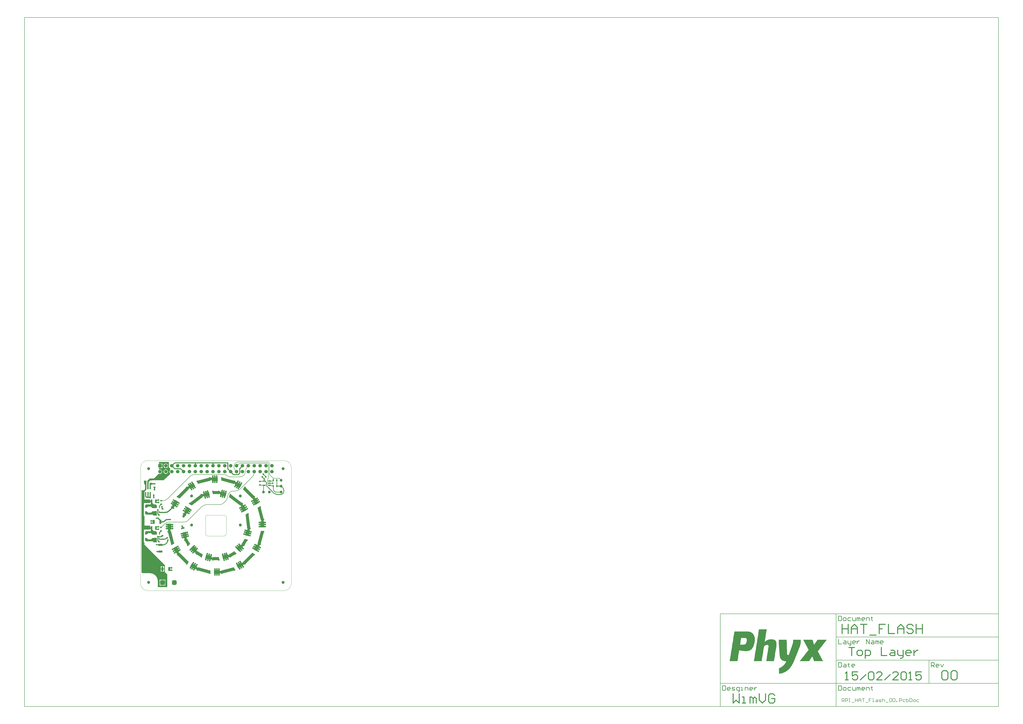
<source format=gtl>
G04 Layer_Physical_Order=1*
G04 Layer_Color=255*
%FSLAX25Y25*%
%MOIN*%
G70*
G01*
G75*
%ADD10C,0.01969*%
%ADD11C,0.00787*%
%ADD12C,0.01575*%
%ADD13C,0.01000*%
%ADD14C,0.01181*%
%ADD15R,0.07874X0.03425*%
%ADD16R,0.02362X0.03543*%
%ADD17R,0.03543X0.02362*%
%ADD18R,0.03543X0.07087*%
%ADD19R,0.07087X0.03543*%
%ADD20R,0.02756X0.05906*%
G04:AMPARAMS|DCode=21|XSize=98.43mil|YSize=66.93mil|CornerRadius=0mil|HoleSize=0mil|Usage=FLASHONLY|Rotation=105.000|XOffset=0mil|YOffset=0mil|HoleType=Round|Shape=Rectangle|*
%AMROTATEDRECTD21*
4,1,4,0.04506,-0.03887,-0.01959,-0.05620,-0.04506,0.03887,0.01959,0.05620,0.04506,-0.03887,0.0*
%
%ADD21ROTATEDRECTD21*%

G04:AMPARAMS|DCode=22|XSize=23.62mil|YSize=59.06mil|CornerRadius=0mil|HoleSize=0mil|Usage=FLASHONLY|Rotation=105.000|XOffset=0mil|YOffset=0mil|HoleType=Round|Shape=Rectangle|*
%AMROTATEDRECTD22*
4,1,4,0.03158,-0.00377,-0.02547,-0.01905,-0.03158,0.00377,0.02547,0.01905,0.03158,-0.00377,0.0*
%
%ADD22ROTATEDRECTD22*%

G04:AMPARAMS|DCode=23|XSize=98.43mil|YSize=66.93mil|CornerRadius=0mil|HoleSize=0mil|Usage=FLASHONLY|Rotation=135.000|XOffset=0mil|YOffset=0mil|HoleType=Round|Shape=Rectangle|*
%AMROTATEDRECTD23*
4,1,4,0.05846,-0.01114,0.01114,-0.05846,-0.05846,0.01114,-0.01114,0.05846,0.05846,-0.01114,0.0*
%
%ADD23ROTATEDRECTD23*%

G04:AMPARAMS|DCode=24|XSize=23.62mil|YSize=59.06mil|CornerRadius=0mil|HoleSize=0mil|Usage=FLASHONLY|Rotation=135.000|XOffset=0mil|YOffset=0mil|HoleType=Round|Shape=Rectangle|*
%AMROTATEDRECTD24*
4,1,4,0.02923,0.01253,-0.01253,-0.02923,-0.02923,-0.01253,0.01253,0.02923,0.02923,0.01253,0.0*
%
%ADD24ROTATEDRECTD24*%

G04:AMPARAMS|DCode=25|XSize=98.43mil|YSize=66.93mil|CornerRadius=0mil|HoleSize=0mil|Usage=FLASHONLY|Rotation=165.000|XOffset=0mil|YOffset=0mil|HoleType=Round|Shape=Rectangle|*
%AMROTATEDRECTD25*
4,1,4,0.05620,0.01959,0.03887,-0.04506,-0.05620,-0.01959,-0.03887,0.04506,0.05620,0.01959,0.0*
%
%ADD25ROTATEDRECTD25*%

G04:AMPARAMS|DCode=26|XSize=23.62mil|YSize=59.06mil|CornerRadius=0mil|HoleSize=0mil|Usage=FLASHONLY|Rotation=165.000|XOffset=0mil|YOffset=0mil|HoleType=Round|Shape=Rectangle|*
%AMROTATEDRECTD26*
4,1,4,0.01905,0.02547,0.00377,-0.03158,-0.01905,-0.02547,-0.00377,0.03158,0.01905,0.02547,0.0*
%
%ADD26ROTATEDRECTD26*%

G04:AMPARAMS|DCode=27|XSize=98.43mil|YSize=66.93mil|CornerRadius=0mil|HoleSize=0mil|Usage=FLASHONLY|Rotation=195.000|XOffset=0mil|YOffset=0mil|HoleType=Round|Shape=Rectangle|*
%AMROTATEDRECTD27*
4,1,4,0.03887,0.04506,0.05620,-0.01959,-0.03887,-0.04506,-0.05620,0.01959,0.03887,0.04506,0.0*
%
%ADD27ROTATEDRECTD27*%

G04:AMPARAMS|DCode=28|XSize=23.62mil|YSize=59.06mil|CornerRadius=0mil|HoleSize=0mil|Usage=FLASHONLY|Rotation=195.000|XOffset=0mil|YOffset=0mil|HoleType=Round|Shape=Rectangle|*
%AMROTATEDRECTD28*
4,1,4,0.00377,0.03158,0.01905,-0.02547,-0.00377,-0.03158,-0.01905,0.02547,0.00377,0.03158,0.0*
%
%ADD28ROTATEDRECTD28*%

G04:AMPARAMS|DCode=29|XSize=98.43mil|YSize=66.93mil|CornerRadius=0mil|HoleSize=0mil|Usage=FLASHONLY|Rotation=225.000|XOffset=0mil|YOffset=0mil|HoleType=Round|Shape=Rectangle|*
%AMROTATEDRECTD29*
4,1,4,0.01114,0.05846,0.05846,0.01114,-0.01114,-0.05846,-0.05846,-0.01114,0.01114,0.05846,0.0*
%
%ADD29ROTATEDRECTD29*%

G04:AMPARAMS|DCode=30|XSize=23.62mil|YSize=59.06mil|CornerRadius=0mil|HoleSize=0mil|Usage=FLASHONLY|Rotation=225.000|XOffset=0mil|YOffset=0mil|HoleType=Round|Shape=Rectangle|*
%AMROTATEDRECTD30*
4,1,4,-0.01253,0.02923,0.02923,-0.01253,0.01253,-0.02923,-0.02923,0.01253,-0.01253,0.02923,0.0*
%
%ADD30ROTATEDRECTD30*%

G04:AMPARAMS|DCode=31|XSize=98.43mil|YSize=66.93mil|CornerRadius=0mil|HoleSize=0mil|Usage=FLASHONLY|Rotation=255.000|XOffset=0mil|YOffset=0mil|HoleType=Round|Shape=Rectangle|*
%AMROTATEDRECTD31*
4,1,4,-0.01959,0.05620,0.04506,0.03887,0.01959,-0.05620,-0.04506,-0.03887,-0.01959,0.05620,0.0*
%
%ADD31ROTATEDRECTD31*%

G04:AMPARAMS|DCode=32|XSize=23.62mil|YSize=59.06mil|CornerRadius=0mil|HoleSize=0mil|Usage=FLASHONLY|Rotation=255.000|XOffset=0mil|YOffset=0mil|HoleType=Round|Shape=Rectangle|*
%AMROTATEDRECTD32*
4,1,4,-0.02547,0.01905,0.03158,0.00377,0.02547,-0.01905,-0.03158,-0.00377,-0.02547,0.01905,0.0*
%
%ADD32ROTATEDRECTD32*%

G04:AMPARAMS|DCode=33|XSize=98.43mil|YSize=66.93mil|CornerRadius=0mil|HoleSize=0mil|Usage=FLASHONLY|Rotation=300.000|XOffset=0mil|YOffset=0mil|HoleType=Round|Shape=Rectangle|*
%AMROTATEDRECTD33*
4,1,4,-0.05359,0.02589,0.00438,0.05935,0.05359,-0.02589,-0.00438,-0.05935,-0.05359,0.02589,0.0*
%
%ADD33ROTATEDRECTD33*%

G04:AMPARAMS|DCode=34|XSize=23.62mil|YSize=59.06mil|CornerRadius=0mil|HoleSize=0mil|Usage=FLASHONLY|Rotation=300.000|XOffset=0mil|YOffset=0mil|HoleType=Round|Shape=Rectangle|*
%AMROTATEDRECTD34*
4,1,4,-0.03148,-0.00454,0.01967,0.02499,0.03148,0.00454,-0.01967,-0.02499,-0.03148,-0.00454,0.0*
%
%ADD34ROTATEDRECTD34*%

G04:AMPARAMS|DCode=35|XSize=98.43mil|YSize=66.93mil|CornerRadius=0mil|HoleSize=0mil|Usage=FLASHONLY|Rotation=60.000|XOffset=0mil|YOffset=0mil|HoleType=Round|Shape=Rectangle|*
%AMROTATEDRECTD35*
4,1,4,0.00438,-0.05935,-0.05359,-0.02589,-0.00438,0.05935,0.05359,0.02589,0.00438,-0.05935,0.0*
%
%ADD35ROTATEDRECTD35*%

G04:AMPARAMS|DCode=36|XSize=23.62mil|YSize=59.06mil|CornerRadius=0mil|HoleSize=0mil|Usage=FLASHONLY|Rotation=60.000|XOffset=0mil|YOffset=0mil|HoleType=Round|Shape=Rectangle|*
%AMROTATEDRECTD36*
4,1,4,0.01967,-0.02499,-0.03148,0.00454,-0.01967,0.02499,0.03148,-0.00454,0.01967,-0.02499,0.0*
%
%ADD36ROTATEDRECTD36*%

%ADD37R,0.01575X0.01890*%
%ADD38R,0.01575X0.03543*%
%ADD39R,0.03937X0.03347*%
%ADD40R,0.03937X0.03347*%
%ADD41R,0.02362X0.04528*%
%ADD42R,0.06693X0.09843*%
%ADD43R,0.05906X0.02362*%
G04:AMPARAMS|DCode=44|XSize=98.43mil|YSize=66.93mil|CornerRadius=0mil|HoleSize=0mil|Usage=FLASHONLY|Rotation=150.000|XOffset=0mil|YOffset=0mil|HoleType=Round|Shape=Rectangle|*
%AMROTATEDRECTD44*
4,1,4,0.05935,0.00438,0.02589,-0.05359,-0.05935,-0.00438,-0.02589,0.05359,0.05935,0.00438,0.0*
%
%ADD44ROTATEDRECTD44*%

G04:AMPARAMS|DCode=45|XSize=23.62mil|YSize=59.06mil|CornerRadius=0mil|HoleSize=0mil|Usage=FLASHONLY|Rotation=150.000|XOffset=0mil|YOffset=0mil|HoleType=Round|Shape=Rectangle|*
%AMROTATEDRECTD45*
4,1,4,0.02499,0.01967,-0.00454,-0.03148,-0.02499,-0.01967,0.00454,0.03148,0.02499,0.01967,0.0*
%
%ADD45ROTATEDRECTD45*%

%ADD46R,0.09843X0.06693*%
%ADD47R,0.02362X0.05906*%
G04:AMPARAMS|DCode=48|XSize=98.43mil|YSize=66.93mil|CornerRadius=0mil|HoleSize=0mil|Usage=FLASHONLY|Rotation=210.000|XOffset=0mil|YOffset=0mil|HoleType=Round|Shape=Rectangle|*
%AMROTATEDRECTD48*
4,1,4,0.02589,0.05359,0.05935,-0.00438,-0.02589,-0.05359,-0.05935,0.00438,0.02589,0.05359,0.0*
%
%ADD48ROTATEDRECTD48*%

G04:AMPARAMS|DCode=49|XSize=23.62mil|YSize=59.06mil|CornerRadius=0mil|HoleSize=0mil|Usage=FLASHONLY|Rotation=210.000|XOffset=0mil|YOffset=0mil|HoleType=Round|Shape=Rectangle|*
%AMROTATEDRECTD49*
4,1,4,-0.00454,0.03148,0.02499,-0.01967,0.00454,-0.03148,-0.02499,0.01967,-0.00454,0.03148,0.0*
%
%ADD49ROTATEDRECTD49*%

%ADD50R,0.04528X0.02362*%
%ADD51C,0.02362*%
%ADD52C,0.03937*%
%ADD53C,0.00984*%
%ADD54C,0.00394*%
%ADD55C,0.05906*%
%ADD56R,0.05906X0.05906*%
%ADD57R,0.07874X0.07874*%
G04:AMPARAMS|DCode=58|XSize=78.74mil|YSize=78.74mil|CornerRadius=19.69mil|HoleSize=0mil|Usage=FLASHONLY|Rotation=0.000|XOffset=0mil|YOffset=0mil|HoleType=Round|Shape=RoundedRectangle|*
%AMROUNDEDRECTD58*
21,1,0.07874,0.03937,0,0,0.0*
21,1,0.03937,0.07874,0,0,0.0*
1,1,0.03937,0.01969,-0.01969*
1,1,0.03937,-0.01969,-0.01969*
1,1,0.03937,-0.01969,0.01969*
1,1,0.03937,0.01969,0.01969*
%
%ADD58ROUNDEDRECTD58*%
%ADD59C,0.05118*%
%ADD60C,0.04724*%
%ADD61C,0.02756*%
G36*
X57087Y79921D02*
X52362Y77165D01*
X46063Y101181D01*
X51575D01*
X57087Y79921D01*
D02*
G37*
G36*
X27756Y81890D02*
X22244D01*
X20669Y83464D01*
X9862D01*
X7697Y84705D01*
Y89173D01*
X10748D01*
X13091Y86890D01*
X17618D01*
X19961Y89173D01*
X20276D01*
Y89173D01*
X23425D01*
X23819Y89567D01*
X27756D01*
Y81890D01*
D02*
G37*
G36*
X83945Y79373D02*
X80300Y75450D01*
X74001Y86361D01*
X79221Y87556D01*
X83945Y79373D01*
D02*
G37*
G36*
X203399Y77133D02*
X198626Y79889D01*
X204482Y101057D01*
X209951Y101081D01*
X203399Y77133D01*
D02*
G37*
G36*
X27756Y127165D02*
X22244D01*
X20669Y128740D01*
X9862D01*
X7697Y129980D01*
Y134449D01*
X10748D01*
X13091Y132165D01*
X17618D01*
X19961Y134449D01*
X20276D01*
Y134449D01*
X23425D01*
X23819Y134843D01*
X27756D01*
Y127165D01*
D02*
G37*
G36*
X6890Y154528D02*
X16323D01*
Y152075D01*
X17323D01*
Y154528D01*
X20079D01*
Y148819D01*
X22835Y146063D01*
X25984D01*
X27756Y144291D01*
Y139961D01*
X20276D01*
X17598Y142638D01*
X13091D01*
X10748Y140354D01*
X7697D01*
Y144823D01*
X9862Y146063D01*
X17323D01*
Y151075D01*
X16323D01*
Y148641D01*
X6693D01*
X6309Y148565D01*
X5983Y148347D01*
X5766Y148022D01*
X5689Y147638D01*
Y127559D01*
X5766Y127175D01*
X5983Y126849D01*
X6309Y126632D01*
X6693Y126556D01*
Y110236D01*
X16323D01*
Y106799D01*
X17323D01*
Y109252D01*
X20079D01*
Y103543D01*
X22835Y100787D01*
X25984D01*
X27756Y99016D01*
Y94685D01*
X20276D01*
X17598Y97362D01*
X13091D01*
X10748Y95079D01*
X7697D01*
Y99547D01*
X9862Y100787D01*
X17323D01*
Y105799D01*
X16323D01*
Y103366D01*
X6693D01*
X6309Y103289D01*
X5983Y103072D01*
X5766Y102746D01*
X5689Y102362D01*
Y82284D01*
X5766Y81899D01*
X5983Y81574D01*
X6309Y81356D01*
X6693Y81280D01*
Y77953D01*
X41339Y43307D01*
Y31496D01*
X45276Y27559D01*
Y5906D01*
X29365D01*
Y15748D01*
X29373D01*
X29205Y17879D01*
X28706Y19958D01*
X27888Y21934D01*
X26771Y23756D01*
X25382Y25382D01*
X23756Y26771D01*
X21934Y27888D01*
X19958Y28706D01*
X17879Y29205D01*
X15748Y29373D01*
Y29365D01*
X3937D01*
X3871Y29352D01*
X3112Y29503D01*
X2412Y29971D01*
X1944Y30671D01*
X1793Y31430D01*
X1806Y31496D01*
Y170276D01*
X6890D01*
Y154528D01*
D02*
G37*
G36*
X186614Y103937D02*
X181102Y105512D01*
X178347Y128740D01*
X183071Y131496D01*
X186614Y103937D01*
D02*
G37*
G36*
X209842Y119291D02*
X204331D01*
X198819Y140551D01*
X203543Y143307D01*
X209842Y119291D01*
D02*
G37*
G36*
X81738Y48550D02*
X79025Y43801D01*
X61562Y61449D01*
X66335Y64205D01*
X81738Y48550D01*
D02*
G37*
G36*
X194388Y61308D02*
X176740Y43845D01*
X173984Y48619D01*
X189639Y64022D01*
X194388Y61308D01*
D02*
G37*
G36*
X118773Y33707D02*
X118798Y28237D01*
X94850Y34790D01*
X97606Y39563D01*
X118773Y33707D01*
D02*
G37*
G36*
X161024Y34646D02*
X137008Y28346D01*
Y33858D01*
X158268Y39370D01*
X161024Y34646D01*
D02*
G37*
G36*
X162739Y62584D02*
X151828Y56284D01*
X150633Y61504D01*
X158816Y66229D01*
X162739Y62584D01*
D02*
G37*
G36*
X181905Y86361D02*
X175605Y75450D01*
X171960Y79373D01*
X176685Y87556D01*
X181905Y86361D01*
D02*
G37*
G36*
X134252Y51575D02*
X121653D01*
X123228Y56693D01*
X132677D01*
X134252Y51575D01*
D02*
G37*
G36*
X105273Y61504D02*
X104077Y56284D01*
X93167Y62584D01*
X97090Y66229D01*
X105273Y61504D01*
D02*
G37*
G36*
X35827Y146260D02*
X32874Y143307D01*
Y139961D01*
X31299D01*
Y143504D01*
X33858Y146063D01*
Y147244D01*
X35827D01*
Y146260D01*
D02*
G37*
G36*
X161056Y185682D02*
X158300Y180909D01*
X137132Y186766D01*
X137108Y192235D01*
X161056Y185682D01*
D02*
G37*
G36*
X10040Y171850D02*
X7677D01*
Y179527D01*
X5906Y181299D01*
Y186614D01*
X10040D01*
Y171850D01*
D02*
G37*
G36*
X48031Y209449D02*
X50394Y207087D01*
Y204443D01*
X50286Y204360D01*
X49687Y203579D01*
X49310Y202669D01*
X49181Y201693D01*
X49310Y200716D01*
X49687Y199807D01*
X50286Y199025D01*
X50394Y198943D01*
Y197638D01*
X38913Y187008D01*
X16733D01*
X13780Y184055D01*
Y171850D01*
X11417D01*
Y186023D01*
X15551Y190157D01*
X22637D01*
X30976Y198496D01*
X31067Y198426D01*
X31977Y198049D01*
X32954Y197921D01*
X33930Y198049D01*
X34840Y198426D01*
X35621Y199025D01*
X36220Y199807D01*
X36597Y200716D01*
X36726Y201693D01*
X36597Y202669D01*
X36220Y203579D01*
X35621Y204360D01*
X34840Y204960D01*
X33930Y205337D01*
X32954Y205465D01*
X31977Y205337D01*
X31912Y205310D01*
X31496Y205588D01*
Y207740D01*
X32454D01*
Y211693D01*
Y215646D01*
X31496D01*
Y218110D01*
X48031D01*
Y209449D01*
D02*
G37*
G36*
X118898Y186614D02*
X97638Y181102D01*
X94882Y185827D01*
X118898Y192126D01*
Y186614D01*
D02*
G37*
G36*
X132677Y163779D02*
X123228D01*
X121653Y168898D01*
X134252D01*
X132677Y163779D01*
D02*
G37*
G36*
X174016Y147244D02*
X168898Y144488D01*
X150394Y158661D01*
X151969Y164173D01*
X174016Y147244D01*
D02*
G37*
G36*
X105512Y158661D02*
X87008Y144488D01*
X81890Y147244D01*
X103937Y164173D01*
X105512Y158661D01*
D02*
G37*
G36*
X81922Y171854D02*
X66266Y156451D01*
X61517Y159164D01*
X79166Y176627D01*
X81922Y171854D01*
D02*
G37*
G36*
X194344Y159023D02*
X189570Y156267D01*
X174167Y171923D01*
X176881Y176672D01*
X194344Y159023D01*
D02*
G37*
%LPC*%
G36*
X43453Y215614D02*
Y212193D01*
X46875D01*
X46805Y212725D01*
X46406Y213686D01*
X45773Y214512D01*
X44947Y215146D01*
X43985Y215544D01*
X43453Y215614D01*
D02*
G37*
G36*
X42454D02*
X41922Y215544D01*
X40960Y215146D01*
X40134Y214512D01*
X39501Y213686D01*
X39103Y212725D01*
X39033Y212193D01*
X42454D01*
Y215614D01*
D02*
G37*
G36*
X36705Y36114D02*
X34433D01*
Y32071D01*
X36705D01*
Y36114D01*
D02*
G37*
G36*
X42181Y18520D02*
X37744D01*
Y14083D01*
X42181D01*
Y18520D01*
D02*
G37*
G36*
X36744Y13083D02*
X32307D01*
Y8646D01*
X36744D01*
Y13083D01*
D02*
G37*
G36*
X42181D02*
X37744D01*
Y8646D01*
X42181D01*
Y13083D01*
D02*
G37*
G36*
X36744Y18520D02*
X32307D01*
Y14083D01*
X36744D01*
Y18520D01*
D02*
G37*
G36*
X39976Y36114D02*
X37705D01*
Y32071D01*
X39976D01*
Y36114D01*
D02*
G37*
G36*
X42454Y211193D02*
X39033D01*
X39103Y210661D01*
X39501Y209700D01*
X40134Y208874D01*
X40960Y208240D01*
X41922Y207842D01*
X42454Y207772D01*
Y211193D01*
D02*
G37*
G36*
X36906D02*
X33454D01*
Y207740D01*
X36906D01*
Y211193D01*
D02*
G37*
G36*
X42954Y205465D02*
X41977Y205337D01*
X41067Y204960D01*
X40286Y204360D01*
X39687Y203579D01*
X39310Y202669D01*
X39181Y201693D01*
X39310Y200716D01*
X39687Y199807D01*
X40286Y199025D01*
X41067Y198426D01*
X41977Y198049D01*
X42954Y197921D01*
X43930Y198049D01*
X44840Y198426D01*
X45621Y199025D01*
X46220Y199807D01*
X46597Y200716D01*
X46726Y201693D01*
X46597Y202669D01*
X46220Y203579D01*
X45621Y204360D01*
X44840Y204960D01*
X43930Y205337D01*
X42954Y205465D01*
D02*
G37*
G36*
X46875Y211193D02*
X43453D01*
Y207772D01*
X43985Y207842D01*
X44947Y208240D01*
X45773Y208874D01*
X46406Y209700D01*
X46805Y210661D01*
X46875Y211193D01*
D02*
G37*
G36*
X36705Y41157D02*
X34433D01*
Y37114D01*
X36705D01*
Y41157D01*
D02*
G37*
G36*
X39976D02*
X37705D01*
Y37114D01*
X39976D01*
Y41157D01*
D02*
G37*
G36*
X36906Y215646D02*
X33454D01*
Y212193D01*
X36906D01*
Y215646D01*
D02*
G37*
%LPD*%
G36*
X1121080Y-83717D02*
Y-84003D01*
Y-84290D01*
Y-84576D01*
Y-84862D01*
Y-85149D01*
Y-85435D01*
Y-85721D01*
Y-86007D01*
Y-86294D01*
Y-86580D01*
Y-86866D01*
Y-87153D01*
Y-87439D01*
Y-87725D01*
Y-88012D01*
Y-88298D01*
Y-88584D01*
Y-88871D01*
Y-89157D01*
Y-89443D01*
X1120793D01*
Y-89730D01*
Y-90016D01*
Y-90302D01*
Y-90588D01*
Y-90875D01*
X1120507D01*
Y-91161D01*
Y-91448D01*
Y-91734D01*
Y-92020D01*
X1120221D01*
Y-92306D01*
Y-92593D01*
Y-92879D01*
Y-93165D01*
X1119934D01*
Y-93452D01*
Y-93738D01*
Y-94024D01*
X1119648D01*
Y-94311D01*
Y-94597D01*
Y-94883D01*
X1119362D01*
Y-95170D01*
Y-95456D01*
Y-95742D01*
X1119075D01*
Y-96029D01*
Y-96315D01*
Y-96601D01*
X1118789D01*
Y-96887D01*
Y-97174D01*
X1118503D01*
Y-97460D01*
Y-97746D01*
X1118217D01*
Y-98033D01*
Y-98319D01*
Y-98605D01*
X1117930D01*
Y-98892D01*
Y-99178D01*
X1117644D01*
Y-99464D01*
Y-99751D01*
Y-100037D01*
X1117358D01*
Y-100323D01*
Y-100610D01*
X1117071D01*
Y-100896D01*
Y-101182D01*
Y-101468D01*
X1116785D01*
Y-101755D01*
Y-102041D01*
X1116499D01*
Y-102327D01*
Y-102614D01*
Y-102900D01*
X1116212D01*
Y-103186D01*
Y-103473D01*
X1115926D01*
Y-103759D01*
Y-104045D01*
Y-104332D01*
X1115640D01*
Y-104618D01*
Y-104904D01*
X1115353D01*
Y-105191D01*
Y-105477D01*
Y-105763D01*
X1115067D01*
Y-106049D01*
Y-106336D01*
X1114781D01*
Y-106622D01*
Y-106908D01*
Y-107195D01*
X1114494D01*
Y-107481D01*
Y-107767D01*
X1114208D01*
Y-108054D01*
Y-108340D01*
Y-108626D01*
X1113922D01*
Y-108913D01*
Y-109199D01*
X1113636D01*
Y-109485D01*
Y-109772D01*
Y-110058D01*
X1113349D01*
Y-110344D01*
Y-110630D01*
X1113063D01*
Y-110917D01*
Y-111203D01*
Y-111489D01*
X1112776D01*
Y-111776D01*
Y-112062D01*
X1112490D01*
Y-112348D01*
Y-112635D01*
Y-112921D01*
X1112204D01*
Y-113207D01*
Y-113494D01*
X1111918D01*
Y-113780D01*
Y-114066D01*
Y-114353D01*
X1111631D01*
Y-114639D01*
Y-114925D01*
X1111345D01*
Y-115211D01*
Y-115498D01*
Y-115784D01*
X1111059D01*
Y-116070D01*
Y-116357D01*
X1110772D01*
Y-116643D01*
Y-116929D01*
Y-117216D01*
X1110486D01*
Y-117502D01*
Y-117788D01*
X1110200D01*
Y-118075D01*
Y-118361D01*
Y-118647D01*
X1109913D01*
Y-118933D01*
Y-119220D01*
X1109627D01*
Y-119506D01*
Y-119792D01*
Y-120079D01*
X1109341D01*
Y-120365D01*
Y-120651D01*
X1109054D01*
Y-120938D01*
Y-121224D01*
X1108768D01*
Y-121510D01*
Y-121797D01*
X1108482D01*
Y-122083D01*
Y-122369D01*
Y-122656D01*
X1108195D01*
Y-122942D01*
X1107909D01*
Y-123228D01*
Y-123514D01*
Y-123801D01*
X1107623D01*
Y-124087D01*
X1107337D01*
Y-124373D01*
Y-124660D01*
X1107050D01*
Y-124946D01*
Y-125232D01*
X1106764D01*
Y-125519D01*
Y-125805D01*
X1106478D01*
Y-126091D01*
Y-126378D01*
X1106191D01*
Y-126664D01*
X1105905D01*
Y-126950D01*
Y-127237D01*
X1105619D01*
Y-127523D01*
Y-127809D01*
X1105332D01*
Y-128095D01*
X1105046D01*
Y-128382D01*
X1104760D01*
Y-128668D01*
Y-128954D01*
X1104473D01*
Y-129241D01*
X1104187D01*
Y-129527D01*
Y-129813D01*
X1103901D01*
Y-130100D01*
X1103615D01*
Y-130386D01*
X1103328D01*
Y-130672D01*
Y-130959D01*
X1103042D01*
Y-131245D01*
X1102756D01*
Y-131531D01*
X1102469D01*
Y-131818D01*
X1102183D01*
Y-132104D01*
X1101897D01*
Y-132390D01*
Y-132676D01*
X1101610D01*
Y-132963D01*
X1101324D01*
Y-133249D01*
X1101038D01*
Y-133535D01*
X1100751D01*
Y-133822D01*
X1100465D01*
Y-134108D01*
X1100179D01*
Y-134394D01*
X1099892D01*
Y-134681D01*
X1099320D01*
Y-134967D01*
X1099034D01*
Y-135253D01*
X1098747D01*
Y-135540D01*
X1098461D01*
Y-135826D01*
X1098175D01*
Y-136112D01*
X1097602D01*
Y-136399D01*
X1097316D01*
Y-136685D01*
X1096743D01*
Y-136971D01*
X1096457D01*
Y-137258D01*
X1095884D01*
Y-137544D01*
X1095598D01*
Y-137830D01*
X1095025D01*
Y-138117D01*
X1094452D01*
Y-138403D01*
X1093880D01*
Y-138689D01*
X1093307D01*
Y-138975D01*
X1092735D01*
Y-139262D01*
X1091876D01*
Y-139548D01*
X1091303D01*
Y-139834D01*
X1090444D01*
Y-140121D01*
X1089299D01*
Y-140407D01*
X1088154D01*
Y-140693D01*
X1086436D01*
Y-140980D01*
X1084432D01*
Y-141266D01*
X1084145D01*
Y-140980D01*
Y-140693D01*
Y-140407D01*
Y-140121D01*
Y-139834D01*
Y-139548D01*
Y-139262D01*
Y-138975D01*
Y-138689D01*
Y-138403D01*
Y-138117D01*
Y-137830D01*
Y-137544D01*
Y-137258D01*
Y-136971D01*
Y-136685D01*
Y-136399D01*
Y-136112D01*
Y-135826D01*
Y-135540D01*
Y-135253D01*
Y-134967D01*
Y-134681D01*
Y-134394D01*
Y-134108D01*
Y-133822D01*
Y-133535D01*
Y-133249D01*
Y-132963D01*
Y-132676D01*
Y-132390D01*
Y-132104D01*
Y-131818D01*
X1084718D01*
Y-131531D01*
X1085291D01*
Y-131245D01*
X1085863D01*
Y-130959D01*
X1086436D01*
Y-130672D01*
X1087008D01*
Y-130386D01*
X1087581D01*
Y-130100D01*
X1087867D01*
Y-129813D01*
X1088440D01*
Y-129527D01*
X1088726D01*
Y-129241D01*
X1089299D01*
Y-128954D01*
X1089585D01*
Y-128668D01*
X1089872D01*
Y-128382D01*
X1090444D01*
Y-128095D01*
X1090730D01*
Y-127809D01*
X1091017D01*
Y-127523D01*
X1091303D01*
Y-127237D01*
X1091589D01*
Y-126950D01*
X1091876D01*
Y-126664D01*
X1092162D01*
Y-126378D01*
X1092448D01*
Y-126091D01*
X1092735D01*
Y-125805D01*
X1093021D01*
Y-125519D01*
X1093307D01*
Y-125232D01*
X1093594D01*
Y-124946D01*
Y-124660D01*
X1093880D01*
Y-124373D01*
X1094166D01*
Y-124087D01*
X1094452D01*
Y-123801D01*
Y-123514D01*
X1094739D01*
Y-123228D01*
X1095025D01*
Y-122942D01*
Y-122656D01*
X1095311D01*
Y-122369D01*
Y-122083D01*
X1095598D01*
Y-121797D01*
X1095884D01*
Y-121510D01*
Y-121224D01*
X1096170D01*
Y-120938D01*
Y-120651D01*
X1096457D01*
Y-120365D01*
Y-120079D01*
X1094739D01*
Y-119792D01*
X1092735D01*
Y-119506D01*
X1091589D01*
Y-119220D01*
X1091017D01*
Y-118933D01*
X1090158D01*
Y-118647D01*
X1089585D01*
Y-118361D01*
X1089299D01*
Y-118075D01*
X1088726D01*
Y-117788D01*
X1088440D01*
Y-117502D01*
X1088154D01*
Y-117216D01*
X1087867D01*
Y-116929D01*
X1087581D01*
Y-116643D01*
X1087295D01*
Y-116357D01*
Y-116070D01*
X1087008D01*
Y-115784D01*
X1086722D01*
Y-115498D01*
Y-115211D01*
X1086436D01*
Y-114925D01*
Y-114639D01*
X1086149D01*
Y-114353D01*
Y-114066D01*
X1085863D01*
Y-113780D01*
Y-113494D01*
Y-113207D01*
X1085577D01*
Y-112921D01*
Y-112635D01*
Y-112348D01*
Y-112062D01*
X1085291D01*
Y-111776D01*
Y-111489D01*
Y-111203D01*
Y-110917D01*
Y-110630D01*
Y-110344D01*
Y-110058D01*
X1085004D01*
Y-109772D01*
Y-109485D01*
Y-109199D01*
Y-108913D01*
Y-108626D01*
Y-108340D01*
Y-108054D01*
Y-107767D01*
Y-107481D01*
Y-107195D01*
Y-106908D01*
Y-106622D01*
Y-106336D01*
Y-106049D01*
Y-105763D01*
X1084718D01*
Y-105477D01*
Y-105191D01*
Y-104904D01*
Y-104618D01*
Y-104332D01*
Y-104045D01*
Y-103759D01*
Y-103473D01*
Y-103186D01*
Y-102900D01*
Y-102614D01*
Y-102327D01*
Y-102041D01*
Y-101755D01*
Y-101468D01*
X1084432D01*
Y-101182D01*
Y-100896D01*
Y-100610D01*
Y-100323D01*
Y-100037D01*
Y-99751D01*
Y-99464D01*
Y-99178D01*
Y-98892D01*
Y-98605D01*
Y-98319D01*
Y-98033D01*
Y-97746D01*
Y-97460D01*
Y-97174D01*
Y-96887D01*
X1084145D01*
Y-96601D01*
Y-96315D01*
Y-96029D01*
Y-95742D01*
Y-95456D01*
Y-95170D01*
Y-94883D01*
Y-94597D01*
Y-94311D01*
Y-94024D01*
Y-93738D01*
Y-93452D01*
Y-93165D01*
Y-92879D01*
Y-92593D01*
Y-92306D01*
X1083859D01*
Y-92020D01*
Y-91734D01*
Y-91448D01*
Y-91161D01*
Y-90875D01*
Y-90588D01*
Y-90302D01*
Y-90016D01*
Y-89730D01*
Y-89443D01*
Y-89157D01*
Y-88871D01*
Y-88584D01*
Y-88298D01*
X1083573D01*
Y-88012D01*
Y-87725D01*
Y-87439D01*
Y-87153D01*
Y-86866D01*
Y-86580D01*
Y-86294D01*
Y-86007D01*
Y-85721D01*
Y-85435D01*
Y-85149D01*
Y-84862D01*
Y-84576D01*
Y-84290D01*
Y-84003D01*
Y-83717D01*
X1083286D01*
Y-83431D01*
X1097029D01*
Y-83717D01*
Y-84003D01*
Y-84290D01*
Y-84576D01*
Y-84862D01*
Y-85149D01*
Y-85435D01*
Y-85721D01*
Y-86007D01*
Y-86294D01*
Y-86580D01*
Y-86866D01*
Y-87153D01*
Y-87439D01*
X1097316D01*
Y-87725D01*
Y-88012D01*
Y-88298D01*
Y-88584D01*
Y-88871D01*
Y-89157D01*
Y-89443D01*
Y-89730D01*
Y-90016D01*
Y-90302D01*
Y-90588D01*
Y-90875D01*
Y-91161D01*
Y-91448D01*
Y-91734D01*
Y-92020D01*
Y-92306D01*
Y-92593D01*
Y-92879D01*
Y-93165D01*
Y-93452D01*
Y-93738D01*
Y-94024D01*
Y-94311D01*
Y-94597D01*
Y-94883D01*
Y-95170D01*
Y-95456D01*
Y-95742D01*
Y-96029D01*
Y-96315D01*
Y-96601D01*
Y-96887D01*
Y-97174D01*
Y-97460D01*
Y-97746D01*
Y-98033D01*
Y-98319D01*
Y-98605D01*
Y-98892D01*
Y-99178D01*
X1097602D01*
Y-99464D01*
X1097316D01*
Y-99751D01*
Y-100037D01*
X1097602D01*
Y-100323D01*
Y-100610D01*
Y-100896D01*
Y-101182D01*
Y-101468D01*
Y-101755D01*
Y-102041D01*
Y-102327D01*
Y-102614D01*
Y-102900D01*
Y-103186D01*
Y-103473D01*
Y-103759D01*
Y-104045D01*
Y-104332D01*
Y-104618D01*
Y-104904D01*
Y-105191D01*
Y-105477D01*
Y-105763D01*
Y-106049D01*
Y-106336D01*
Y-106622D01*
Y-106908D01*
Y-107195D01*
Y-107481D01*
X1097888D01*
Y-107767D01*
Y-108054D01*
Y-108340D01*
X1098175D01*
Y-108626D01*
X1098461D01*
Y-108913D01*
X1098747D01*
Y-109199D01*
X1099606D01*
Y-109485D01*
X1100465D01*
Y-109199D01*
X1100751D01*
Y-108913D01*
Y-108626D01*
Y-108340D01*
X1101038D01*
Y-108054D01*
Y-107767D01*
X1101324D01*
Y-107481D01*
Y-107195D01*
Y-106908D01*
X1101610D01*
Y-106622D01*
Y-106336D01*
Y-106049D01*
X1101897D01*
Y-105763D01*
Y-105477D01*
Y-105191D01*
X1102183D01*
Y-104904D01*
Y-104618D01*
Y-104332D01*
X1102469D01*
Y-104045D01*
Y-103759D01*
X1102756D01*
Y-103473D01*
Y-103186D01*
Y-102900D01*
X1103042D01*
Y-102614D01*
Y-102327D01*
Y-102041D01*
X1103328D01*
Y-101755D01*
Y-101468D01*
Y-101182D01*
X1103615D01*
Y-100896D01*
Y-100610D01*
X1103901D01*
Y-100323D01*
Y-100037D01*
Y-99751D01*
X1104187D01*
Y-99464D01*
Y-99178D01*
Y-98892D01*
X1104473D01*
Y-98605D01*
Y-98319D01*
Y-98033D01*
X1104760D01*
Y-97746D01*
Y-97460D01*
X1105046D01*
Y-97174D01*
Y-96887D01*
Y-96601D01*
X1105332D01*
Y-96315D01*
Y-96029D01*
Y-95742D01*
X1105619D01*
Y-95456D01*
Y-95170D01*
Y-94883D01*
X1105905D01*
Y-94597D01*
Y-94311D01*
X1106191D01*
Y-94024D01*
Y-93738D01*
Y-93452D01*
X1106478D01*
Y-93165D01*
Y-92879D01*
Y-92593D01*
X1106764D01*
Y-92306D01*
Y-92020D01*
Y-91734D01*
X1107050D01*
Y-91448D01*
Y-91161D01*
Y-90875D01*
Y-90588D01*
X1107337D01*
Y-90302D01*
Y-90016D01*
Y-89730D01*
Y-89443D01*
X1107623D01*
Y-89157D01*
Y-88871D01*
Y-88584D01*
Y-88298D01*
Y-88012D01*
X1107909D01*
Y-87725D01*
Y-87439D01*
Y-87153D01*
Y-86866D01*
Y-86580D01*
Y-86294D01*
X1108195D01*
Y-86007D01*
Y-85721D01*
Y-85435D01*
Y-85149D01*
Y-84862D01*
Y-84576D01*
Y-84290D01*
Y-84003D01*
Y-83717D01*
Y-83431D01*
X1121080D01*
Y-83717D01*
D02*
G37*
G36*
X1063244Y-66252D02*
Y-66538D01*
X1062958D01*
Y-66825D01*
Y-67111D01*
Y-67397D01*
Y-67684D01*
Y-67970D01*
Y-68256D01*
X1062672D01*
Y-68542D01*
Y-68829D01*
Y-69115D01*
Y-69401D01*
Y-69688D01*
Y-69974D01*
X1062385D01*
Y-70260D01*
Y-70547D01*
Y-70833D01*
Y-71119D01*
Y-71406D01*
Y-71692D01*
Y-71978D01*
X1062099D01*
Y-72264D01*
Y-72551D01*
Y-72837D01*
Y-73123D01*
Y-73410D01*
Y-73696D01*
X1061813D01*
Y-73982D01*
Y-74269D01*
Y-74555D01*
Y-74841D01*
Y-75128D01*
Y-75414D01*
X1061526D01*
Y-75700D01*
Y-75987D01*
Y-76273D01*
Y-76559D01*
Y-76846D01*
Y-77132D01*
Y-77418D01*
X1061240D01*
Y-77704D01*
Y-77991D01*
Y-78277D01*
Y-78563D01*
Y-78850D01*
Y-79136D01*
X1060954D01*
Y-79422D01*
Y-79709D01*
Y-79995D01*
Y-80281D01*
Y-80568D01*
Y-80854D01*
X1060668D01*
Y-81140D01*
Y-81427D01*
Y-81713D01*
Y-81999D01*
Y-82285D01*
Y-82572D01*
X1060381D01*
Y-82858D01*
Y-83144D01*
Y-83431D01*
Y-83717D01*
Y-84003D01*
Y-84290D01*
Y-84576D01*
X1060095D01*
Y-84862D01*
Y-85149D01*
Y-85435D01*
Y-85721D01*
Y-86007D01*
Y-86294D01*
X1059809D01*
Y-86580D01*
Y-86866D01*
X1060381D01*
Y-86580D01*
X1060668D01*
Y-86294D01*
X1060954D01*
Y-86007D01*
X1061526D01*
Y-85721D01*
X1061813D01*
Y-85435D01*
X1062099D01*
Y-85149D01*
X1062672D01*
Y-84862D01*
X1063244D01*
Y-84576D01*
X1063531D01*
Y-84290D01*
X1064103D01*
Y-84003D01*
X1064962D01*
Y-83717D01*
X1065535D01*
Y-83431D01*
X1066394D01*
Y-83144D01*
X1067825D01*
Y-82858D01*
X1074124D01*
Y-83144D01*
X1075270D01*
Y-83431D01*
X1076128D01*
Y-83717D01*
X1076701D01*
Y-84003D01*
X1076987D01*
Y-84290D01*
X1077560D01*
Y-84576D01*
X1077846D01*
Y-84862D01*
X1078133D01*
Y-85149D01*
X1078419D01*
Y-85435D01*
X1078705D01*
Y-85721D01*
Y-86007D01*
X1078992D01*
Y-86294D01*
Y-86580D01*
X1079278D01*
Y-86866D01*
Y-87153D01*
Y-87439D01*
X1079564D01*
Y-87725D01*
Y-88012D01*
Y-88298D01*
Y-88584D01*
X1079850D01*
Y-88871D01*
Y-89157D01*
Y-89443D01*
Y-89730D01*
Y-90016D01*
Y-90302D01*
Y-90588D01*
Y-90875D01*
Y-91161D01*
Y-91448D01*
Y-91734D01*
Y-92020D01*
Y-92306D01*
Y-92593D01*
Y-92879D01*
Y-93165D01*
Y-93452D01*
Y-93738D01*
X1079564D01*
Y-94024D01*
Y-94311D01*
Y-94597D01*
Y-94883D01*
Y-95170D01*
Y-95456D01*
Y-95742D01*
X1079278D01*
Y-96029D01*
Y-96315D01*
Y-96601D01*
Y-96887D01*
Y-97174D01*
Y-97460D01*
Y-97746D01*
X1078992D01*
Y-98033D01*
Y-98319D01*
Y-98605D01*
Y-98892D01*
Y-99178D01*
Y-99464D01*
X1078705D01*
Y-99751D01*
Y-100037D01*
Y-100323D01*
Y-100610D01*
Y-100896D01*
Y-101182D01*
X1078419D01*
Y-101468D01*
Y-101755D01*
Y-102041D01*
Y-102327D01*
Y-102614D01*
Y-102900D01*
X1078133D01*
Y-103186D01*
Y-103473D01*
Y-103759D01*
Y-104045D01*
Y-104332D01*
Y-104618D01*
Y-104904D01*
X1077846D01*
Y-105191D01*
Y-105477D01*
Y-105763D01*
Y-106049D01*
Y-106336D01*
Y-106622D01*
X1077560D01*
Y-106908D01*
Y-107195D01*
Y-107481D01*
Y-107767D01*
Y-108054D01*
Y-108340D01*
X1077274D01*
Y-108626D01*
Y-108913D01*
Y-109199D01*
Y-109485D01*
Y-109772D01*
Y-110058D01*
Y-110344D01*
X1076987D01*
Y-110630D01*
Y-110917D01*
Y-111203D01*
Y-111489D01*
Y-111776D01*
Y-112062D01*
X1076701D01*
Y-112348D01*
Y-112635D01*
Y-112921D01*
Y-113207D01*
Y-113494D01*
Y-113780D01*
X1076415D01*
Y-114066D01*
Y-114353D01*
Y-114639D01*
Y-114925D01*
Y-115211D01*
Y-115498D01*
X1076128D01*
Y-115784D01*
Y-116070D01*
Y-116357D01*
Y-116643D01*
Y-116929D01*
Y-117216D01*
Y-117502D01*
X1075842D01*
Y-117788D01*
Y-118075D01*
Y-118361D01*
Y-118647D01*
Y-118933D01*
Y-119220D01*
X1075556D01*
Y-119506D01*
Y-119792D01*
X1062385D01*
Y-119506D01*
Y-119220D01*
X1062672D01*
Y-118933D01*
Y-118647D01*
Y-118361D01*
Y-118075D01*
Y-117788D01*
Y-117502D01*
X1062958D01*
Y-117216D01*
Y-116929D01*
Y-116643D01*
Y-116357D01*
Y-116070D01*
Y-115784D01*
Y-115498D01*
X1063244D01*
Y-115211D01*
Y-114925D01*
Y-114639D01*
Y-114353D01*
Y-114066D01*
Y-113780D01*
X1063531D01*
Y-113494D01*
Y-113207D01*
Y-112921D01*
Y-112635D01*
Y-112348D01*
Y-112062D01*
X1063817D01*
Y-111776D01*
Y-111489D01*
Y-111203D01*
Y-110917D01*
Y-110630D01*
Y-110344D01*
Y-110058D01*
X1064103D01*
Y-109772D01*
Y-109485D01*
Y-109199D01*
Y-108913D01*
Y-108626D01*
Y-108340D01*
X1064390D01*
Y-108054D01*
Y-107767D01*
Y-107481D01*
Y-107195D01*
Y-106908D01*
Y-106622D01*
Y-106336D01*
X1064676D01*
Y-106049D01*
Y-105763D01*
Y-105477D01*
Y-105191D01*
Y-104904D01*
Y-104618D01*
X1064962D01*
Y-104332D01*
Y-104045D01*
Y-103759D01*
Y-103473D01*
Y-103186D01*
Y-102900D01*
X1065249D01*
Y-102614D01*
Y-102327D01*
Y-102041D01*
Y-101755D01*
Y-101468D01*
Y-101182D01*
X1065535D01*
Y-100896D01*
Y-100610D01*
Y-100323D01*
Y-100037D01*
Y-99751D01*
Y-99464D01*
Y-99178D01*
X1065821D01*
Y-98892D01*
Y-98605D01*
Y-98319D01*
Y-98033D01*
Y-97746D01*
Y-97460D01*
X1066107D01*
Y-97174D01*
Y-96887D01*
Y-96601D01*
Y-96315D01*
Y-96029D01*
Y-95742D01*
Y-95456D01*
X1066394D01*
Y-95170D01*
Y-94883D01*
Y-94597D01*
Y-94311D01*
Y-94024D01*
Y-93738D01*
X1066107D01*
Y-93452D01*
Y-93165D01*
X1065821D01*
Y-92879D01*
X1065535D01*
Y-92593D01*
X1064962D01*
Y-92306D01*
X1063244D01*
Y-92593D01*
X1061813D01*
Y-92879D01*
X1060954D01*
Y-93165D01*
X1060381D01*
Y-93452D01*
X1060095D01*
Y-93738D01*
X1059522D01*
Y-94024D01*
X1059236D01*
Y-94311D01*
X1058950D01*
Y-94597D01*
Y-94883D01*
X1058663D01*
Y-95170D01*
Y-95456D01*
Y-95742D01*
X1058377D01*
Y-96029D01*
Y-96315D01*
Y-96601D01*
Y-96887D01*
Y-97174D01*
Y-97460D01*
X1058091D01*
Y-97746D01*
Y-98033D01*
Y-98319D01*
Y-98605D01*
Y-98892D01*
Y-99178D01*
Y-99464D01*
X1057804D01*
Y-99751D01*
Y-100037D01*
Y-100323D01*
Y-100610D01*
Y-100896D01*
Y-101182D01*
X1057518D01*
Y-101468D01*
Y-101755D01*
Y-102041D01*
Y-102327D01*
Y-102614D01*
Y-102900D01*
X1057232D01*
Y-103186D01*
Y-103473D01*
Y-103759D01*
Y-104045D01*
Y-104332D01*
Y-104618D01*
X1056946D01*
Y-104904D01*
Y-105191D01*
Y-105477D01*
Y-105763D01*
Y-106049D01*
Y-106336D01*
Y-106622D01*
X1056659D01*
Y-106908D01*
Y-107195D01*
Y-107481D01*
Y-107767D01*
Y-108054D01*
Y-108340D01*
X1056373D01*
Y-108626D01*
Y-108913D01*
Y-109199D01*
Y-109485D01*
Y-109772D01*
Y-110058D01*
X1056087D01*
Y-110344D01*
Y-110630D01*
Y-110917D01*
Y-111203D01*
Y-111489D01*
Y-111776D01*
Y-112062D01*
X1055800D01*
Y-112348D01*
Y-112635D01*
Y-112921D01*
Y-113207D01*
Y-113494D01*
Y-113780D01*
X1055514D01*
Y-114066D01*
Y-114353D01*
Y-114639D01*
Y-114925D01*
Y-115211D01*
Y-115498D01*
X1055228D01*
Y-115784D01*
Y-116070D01*
Y-116357D01*
Y-116643D01*
Y-116929D01*
Y-117216D01*
X1054941D01*
Y-117502D01*
Y-117788D01*
Y-118075D01*
Y-118361D01*
Y-118647D01*
Y-118933D01*
Y-119220D01*
X1054655D01*
Y-119506D01*
Y-119792D01*
X1041485D01*
Y-119506D01*
Y-119220D01*
X1041771D01*
Y-118933D01*
Y-118647D01*
Y-118361D01*
Y-118075D01*
Y-117788D01*
Y-117502D01*
Y-117216D01*
X1042057D01*
Y-116929D01*
Y-116643D01*
Y-116357D01*
Y-116070D01*
Y-115784D01*
Y-115498D01*
X1042344D01*
Y-115211D01*
Y-114925D01*
Y-114639D01*
Y-114353D01*
Y-114066D01*
Y-113780D01*
X1042630D01*
Y-113494D01*
Y-113207D01*
Y-112921D01*
Y-112635D01*
Y-112348D01*
Y-112062D01*
Y-111776D01*
X1042916D01*
Y-111489D01*
Y-111203D01*
Y-110917D01*
Y-110630D01*
Y-110344D01*
Y-110058D01*
X1043202D01*
Y-109772D01*
Y-109485D01*
Y-109199D01*
Y-108913D01*
Y-108626D01*
Y-108340D01*
X1043489D01*
Y-108054D01*
Y-107767D01*
Y-107481D01*
Y-107195D01*
Y-106908D01*
Y-106622D01*
X1043775D01*
Y-106336D01*
Y-106049D01*
Y-105763D01*
Y-105477D01*
Y-105191D01*
Y-104904D01*
Y-104618D01*
X1044061D01*
Y-104332D01*
Y-104045D01*
Y-103759D01*
Y-103473D01*
Y-103186D01*
Y-102900D01*
X1044348D01*
Y-102614D01*
Y-102327D01*
Y-102041D01*
Y-101755D01*
Y-101468D01*
Y-101182D01*
X1044634D01*
Y-100896D01*
Y-100610D01*
Y-100323D01*
Y-100037D01*
Y-99751D01*
Y-99464D01*
Y-99178D01*
X1044920D01*
Y-98892D01*
Y-98605D01*
Y-98319D01*
Y-98033D01*
Y-97746D01*
Y-97460D01*
X1045207D01*
Y-97174D01*
Y-96887D01*
Y-96601D01*
Y-96315D01*
Y-96029D01*
Y-95742D01*
X1045493D01*
Y-95456D01*
Y-95170D01*
Y-94883D01*
Y-94597D01*
Y-94311D01*
Y-94024D01*
X1045779D01*
Y-93738D01*
Y-93452D01*
Y-93165D01*
Y-92879D01*
Y-92593D01*
Y-92306D01*
Y-92020D01*
X1046066D01*
Y-91734D01*
Y-91448D01*
Y-91161D01*
Y-90875D01*
Y-90588D01*
Y-90302D01*
X1046352D01*
Y-90016D01*
Y-89730D01*
Y-89443D01*
Y-89157D01*
Y-88871D01*
Y-88584D01*
X1046638D01*
Y-88298D01*
Y-88012D01*
Y-87725D01*
Y-87439D01*
Y-87153D01*
Y-86866D01*
X1046925D01*
Y-86580D01*
Y-86294D01*
Y-86007D01*
Y-85721D01*
Y-85435D01*
Y-85149D01*
Y-84862D01*
X1047211D01*
Y-84576D01*
Y-84290D01*
Y-84003D01*
Y-83717D01*
Y-83431D01*
Y-83144D01*
X1047497D01*
Y-82858D01*
Y-82572D01*
Y-82285D01*
Y-81999D01*
Y-81713D01*
Y-81427D01*
X1047783D01*
Y-81140D01*
Y-80854D01*
Y-80568D01*
Y-80281D01*
Y-79995D01*
Y-79709D01*
Y-79422D01*
X1048070D01*
Y-79136D01*
Y-78850D01*
Y-78563D01*
Y-78277D01*
Y-77991D01*
Y-77704D01*
X1048356D01*
Y-77418D01*
Y-77132D01*
Y-76846D01*
Y-76559D01*
Y-76273D01*
Y-75987D01*
X1048642D01*
Y-75700D01*
Y-75414D01*
Y-75128D01*
Y-74841D01*
Y-74555D01*
Y-74269D01*
X1048929D01*
Y-73982D01*
Y-73696D01*
Y-73410D01*
Y-73123D01*
Y-72837D01*
Y-72551D01*
Y-72264D01*
X1049215D01*
Y-71978D01*
Y-71692D01*
Y-71406D01*
Y-71119D01*
Y-70833D01*
Y-70547D01*
X1049501D01*
Y-70260D01*
Y-69974D01*
Y-69688D01*
Y-69401D01*
Y-69115D01*
Y-68829D01*
X1049788D01*
Y-68542D01*
Y-68256D01*
Y-67970D01*
Y-67684D01*
Y-67397D01*
Y-67111D01*
Y-66825D01*
X1050074D01*
Y-66538D01*
Y-66252D01*
Y-65966D01*
X1063244D01*
Y-66252D01*
D02*
G37*
G36*
X1032036Y-69688D02*
X1033754D01*
Y-69974D01*
X1034613D01*
Y-70260D01*
X1035472D01*
Y-70547D01*
X1036331D01*
Y-70833D01*
X1036904D01*
Y-71119D01*
X1037190D01*
Y-71406D01*
X1037763D01*
Y-71692D01*
X1038049D01*
Y-71978D01*
X1038622D01*
Y-72264D01*
X1038908D01*
Y-72551D01*
X1039194D01*
Y-72837D01*
X1039480D01*
Y-73123D01*
X1039767D01*
Y-73410D01*
X1040053D01*
Y-73696D01*
X1040339D01*
Y-73982D01*
Y-74269D01*
X1040626D01*
Y-74555D01*
X1040912D01*
Y-74841D01*
Y-75128D01*
X1041198D01*
Y-75414D01*
X1041485D01*
Y-75700D01*
Y-75987D01*
X1041771D01*
Y-76273D01*
Y-76559D01*
Y-76846D01*
X1042057D01*
Y-77132D01*
Y-77418D01*
Y-77704D01*
X1042344D01*
Y-77991D01*
Y-78277D01*
Y-78563D01*
Y-78850D01*
X1042630D01*
Y-79136D01*
Y-79422D01*
Y-79709D01*
Y-79995D01*
Y-80281D01*
X1042916D01*
Y-80568D01*
Y-80854D01*
Y-81140D01*
Y-81427D01*
Y-81713D01*
Y-81999D01*
Y-82285D01*
Y-82572D01*
Y-82858D01*
Y-83144D01*
Y-83431D01*
Y-83717D01*
Y-84003D01*
Y-84290D01*
Y-84576D01*
Y-84862D01*
Y-85149D01*
Y-85435D01*
Y-85721D01*
Y-86007D01*
X1042630D01*
Y-86294D01*
Y-86580D01*
Y-86866D01*
Y-87153D01*
Y-87439D01*
Y-87725D01*
Y-88012D01*
X1042344D01*
Y-88298D01*
Y-88584D01*
Y-88871D01*
Y-89157D01*
Y-89443D01*
X1042057D01*
Y-89730D01*
Y-90016D01*
Y-90302D01*
Y-90588D01*
Y-90875D01*
X1041771D01*
Y-91161D01*
Y-91448D01*
Y-91734D01*
X1041485D01*
Y-92020D01*
Y-92306D01*
Y-92593D01*
Y-92879D01*
X1041198D01*
Y-93165D01*
Y-93452D01*
Y-93738D01*
X1040912D01*
Y-94024D01*
Y-94311D01*
X1040626D01*
Y-94597D01*
Y-94883D01*
Y-95170D01*
X1040339D01*
Y-95456D01*
Y-95742D01*
X1040053D01*
Y-96029D01*
Y-96315D01*
X1039767D01*
Y-96601D01*
Y-96887D01*
X1039480D01*
Y-97174D01*
X1039194D01*
Y-97460D01*
Y-97746D01*
X1038908D01*
Y-98033D01*
X1038622D01*
Y-98319D01*
X1038335D01*
Y-98605D01*
Y-98892D01*
X1038049D01*
Y-99178D01*
X1037763D01*
Y-99464D01*
X1037476D01*
Y-99751D01*
X1037190D01*
Y-100037D01*
X1036904D01*
Y-100323D01*
X1036331D01*
Y-100610D01*
X1036045D01*
Y-100896D01*
X1035472D01*
Y-101182D01*
X1035186D01*
Y-101468D01*
X1034613D01*
Y-101755D01*
X1033754D01*
Y-102041D01*
X1032895D01*
Y-102327D01*
X1032036D01*
Y-102614D01*
X1030318D01*
Y-102900D01*
X1025165D01*
Y-102614D01*
X1022588D01*
Y-102327D01*
X1020584D01*
Y-102041D01*
X1019152D01*
Y-101755D01*
X1017721D01*
Y-101468D01*
X1016289D01*
Y-101755D01*
Y-102041D01*
Y-102327D01*
Y-102614D01*
Y-102900D01*
Y-103186D01*
Y-103473D01*
X1016003D01*
Y-103759D01*
Y-104045D01*
Y-104332D01*
Y-104618D01*
Y-104904D01*
Y-105191D01*
X1015716D01*
Y-105477D01*
Y-105763D01*
Y-106049D01*
Y-106336D01*
Y-106622D01*
Y-106908D01*
X1015430D01*
Y-107195D01*
Y-107481D01*
Y-107767D01*
Y-108054D01*
Y-108340D01*
Y-108626D01*
Y-108913D01*
X1015144D01*
Y-109199D01*
Y-109485D01*
Y-109772D01*
Y-110058D01*
Y-110344D01*
Y-110630D01*
X1014857D01*
Y-110917D01*
Y-111203D01*
Y-111489D01*
Y-111776D01*
Y-112062D01*
Y-112348D01*
X1014571D01*
Y-112635D01*
Y-112921D01*
Y-113207D01*
Y-113494D01*
Y-113780D01*
Y-114066D01*
Y-114353D01*
X1014285D01*
Y-114639D01*
Y-114925D01*
Y-115211D01*
Y-115498D01*
Y-115784D01*
Y-116070D01*
X1013999D01*
Y-116357D01*
Y-116643D01*
Y-116929D01*
Y-117216D01*
Y-117502D01*
Y-117788D01*
X1013712D01*
Y-118075D01*
Y-118361D01*
Y-118647D01*
Y-118933D01*
Y-119220D01*
Y-119506D01*
Y-119792D01*
X1000256D01*
Y-119506D01*
X1000542D01*
Y-119220D01*
Y-118933D01*
Y-118647D01*
Y-118361D01*
Y-118075D01*
X1000828D01*
Y-117788D01*
Y-117502D01*
Y-117216D01*
Y-116929D01*
Y-116643D01*
Y-116357D01*
Y-116070D01*
X1001114D01*
Y-115784D01*
Y-115498D01*
Y-115211D01*
Y-114925D01*
Y-114639D01*
Y-114353D01*
X1001401D01*
Y-114066D01*
Y-113780D01*
Y-113494D01*
Y-113207D01*
Y-112921D01*
Y-112635D01*
X1001687D01*
Y-112348D01*
Y-112062D01*
Y-111776D01*
Y-111489D01*
Y-111203D01*
Y-110917D01*
Y-110630D01*
X1001974D01*
Y-110344D01*
Y-110058D01*
Y-109772D01*
Y-109485D01*
Y-109199D01*
Y-108913D01*
X1002260D01*
Y-108626D01*
Y-108340D01*
Y-108054D01*
Y-107767D01*
Y-107481D01*
Y-107195D01*
X1002546D01*
Y-106908D01*
Y-106622D01*
Y-106336D01*
Y-106049D01*
Y-105763D01*
Y-105477D01*
X1002832D01*
Y-105191D01*
Y-104904D01*
Y-104618D01*
Y-104332D01*
Y-104045D01*
Y-103759D01*
Y-103473D01*
X1003119D01*
Y-103186D01*
Y-102900D01*
Y-102614D01*
Y-102327D01*
Y-102041D01*
Y-101755D01*
X1003405D01*
Y-101468D01*
Y-101182D01*
Y-100896D01*
Y-100610D01*
Y-100323D01*
Y-100037D01*
X1003691D01*
Y-99751D01*
Y-99464D01*
Y-99178D01*
Y-98892D01*
Y-98605D01*
Y-98319D01*
X1003978D01*
Y-98033D01*
Y-97746D01*
Y-97460D01*
Y-97174D01*
Y-96887D01*
Y-96601D01*
Y-96315D01*
X1004264D01*
Y-96029D01*
Y-95742D01*
Y-95456D01*
Y-95170D01*
Y-94883D01*
Y-94597D01*
X1004550D01*
Y-94311D01*
Y-94024D01*
Y-93738D01*
Y-93452D01*
Y-93165D01*
Y-92879D01*
X1004837D01*
Y-92593D01*
Y-92306D01*
Y-92020D01*
Y-91734D01*
Y-91448D01*
Y-91161D01*
Y-90875D01*
X1005123D01*
Y-90588D01*
Y-90302D01*
Y-90016D01*
Y-89730D01*
Y-89443D01*
Y-89157D01*
X1005409D01*
Y-88871D01*
Y-88584D01*
Y-88298D01*
Y-88012D01*
Y-87725D01*
Y-87439D01*
X1005696D01*
Y-87153D01*
Y-86866D01*
Y-86580D01*
Y-86294D01*
Y-86007D01*
Y-85721D01*
X1005982D01*
Y-85435D01*
Y-85149D01*
Y-84862D01*
Y-84576D01*
Y-84290D01*
Y-84003D01*
Y-83717D01*
X1006268D01*
Y-83431D01*
Y-83144D01*
Y-82858D01*
Y-82572D01*
Y-82285D01*
Y-81999D01*
X1006555D01*
Y-81713D01*
Y-81427D01*
Y-81140D01*
Y-80854D01*
Y-80568D01*
Y-80281D01*
X1006841D01*
Y-79995D01*
Y-79709D01*
Y-79422D01*
Y-79136D01*
Y-78850D01*
Y-78563D01*
Y-78277D01*
X1007127D01*
Y-77991D01*
Y-77704D01*
Y-77418D01*
Y-77132D01*
Y-76846D01*
Y-76559D01*
X1007413D01*
Y-76273D01*
Y-75987D01*
Y-75700D01*
Y-75414D01*
Y-75128D01*
Y-74841D01*
X1007700D01*
Y-74555D01*
Y-74269D01*
Y-73982D01*
Y-73696D01*
Y-73410D01*
Y-73123D01*
Y-72837D01*
X1007986D01*
Y-72551D01*
Y-72264D01*
Y-71978D01*
Y-71692D01*
Y-71406D01*
Y-71119D01*
X1008272D01*
Y-70833D01*
Y-70547D01*
Y-70260D01*
Y-69974D01*
Y-69688D01*
Y-69401D01*
X1032036D01*
Y-69688D01*
D02*
G37*
G36*
X1165172Y-83717D02*
X1164886D01*
Y-84003D01*
X1164599D01*
Y-84290D01*
Y-84576D01*
X1164313D01*
Y-84862D01*
X1164027D01*
Y-85149D01*
X1163740D01*
Y-85435D01*
Y-85721D01*
X1163454D01*
Y-86007D01*
X1163168D01*
Y-86294D01*
X1162881D01*
Y-86580D01*
X1162595D01*
Y-86866D01*
Y-87153D01*
X1162309D01*
Y-87439D01*
X1162022D01*
Y-87725D01*
X1161736D01*
Y-88012D01*
Y-88298D01*
X1161450D01*
Y-88584D01*
X1161163D01*
Y-88871D01*
X1160877D01*
Y-89157D01*
X1160591D01*
Y-89443D01*
Y-89730D01*
X1160305D01*
Y-90016D01*
X1160018D01*
Y-90302D01*
X1159732D01*
Y-90588D01*
Y-90875D01*
X1159445D01*
Y-91161D01*
X1159159D01*
Y-91448D01*
X1158873D01*
Y-91734D01*
Y-92020D01*
X1158587D01*
Y-92306D01*
X1158300D01*
Y-92593D01*
X1158014D01*
Y-92879D01*
X1157728D01*
Y-93165D01*
Y-93452D01*
X1157441D01*
Y-93738D01*
X1157155D01*
Y-94024D01*
X1156869D01*
Y-94311D01*
Y-94597D01*
X1156582D01*
Y-94883D01*
X1156296D01*
Y-95170D01*
X1156010D01*
Y-95456D01*
Y-95742D01*
X1155723D01*
Y-96029D01*
X1155437D01*
Y-96315D01*
X1155151D01*
Y-96601D01*
X1154865D01*
Y-96887D01*
Y-97174D01*
X1154578D01*
Y-97460D01*
X1154292D01*
Y-97746D01*
X1154006D01*
Y-98033D01*
Y-98319D01*
X1153719D01*
Y-98605D01*
X1153433D01*
Y-98892D01*
X1153147D01*
Y-99178D01*
Y-99464D01*
X1152860D01*
Y-99751D01*
X1152574D01*
Y-100037D01*
X1152288D01*
Y-100323D01*
X1152001D01*
Y-100610D01*
Y-100896D01*
X1151715D01*
Y-101182D01*
X1151429D01*
Y-101468D01*
X1151142D01*
Y-101755D01*
Y-102041D01*
X1150856D01*
Y-102327D01*
X1150570D01*
Y-102614D01*
X1150284D01*
Y-102900D01*
X1149997D01*
Y-103186D01*
Y-103473D01*
X1150284D01*
Y-103759D01*
Y-104045D01*
X1150570D01*
Y-104332D01*
Y-104618D01*
X1150856D01*
Y-104904D01*
X1151142D01*
Y-105191D01*
Y-105477D01*
X1151429D01*
Y-105763D01*
Y-106049D01*
X1151715D01*
Y-106336D01*
Y-106622D01*
X1152001D01*
Y-106908D01*
Y-107195D01*
X1152288D01*
Y-107481D01*
Y-107767D01*
X1152574D01*
Y-108054D01*
Y-108340D01*
X1152860D01*
Y-108626D01*
Y-108913D01*
X1153147D01*
Y-109199D01*
Y-109485D01*
X1153433D01*
Y-109772D01*
X1153719D01*
Y-110058D01*
Y-110344D01*
X1154006D01*
Y-110630D01*
Y-110917D01*
X1154292D01*
Y-111203D01*
Y-111489D01*
X1154578D01*
Y-111776D01*
Y-112062D01*
X1154865D01*
Y-112348D01*
Y-112635D01*
X1155151D01*
Y-112921D01*
Y-113207D01*
X1155437D01*
Y-113494D01*
Y-113780D01*
X1155723D01*
Y-114066D01*
X1156010D01*
Y-114353D01*
Y-114639D01*
X1156296D01*
Y-114925D01*
Y-115211D01*
X1156582D01*
Y-115498D01*
Y-115784D01*
X1156869D01*
Y-116070D01*
Y-116357D01*
X1157155D01*
Y-116643D01*
Y-116929D01*
X1157441D01*
Y-117216D01*
Y-117502D01*
X1157728D01*
Y-117788D01*
Y-118075D01*
X1158014D01*
Y-118361D01*
X1158300D01*
Y-118647D01*
Y-118933D01*
X1158587D01*
Y-119220D01*
Y-119506D01*
X1158873D01*
Y-119792D01*
X1143698D01*
Y-119506D01*
X1143412D01*
Y-119220D01*
Y-118933D01*
Y-118647D01*
X1143126D01*
Y-118361D01*
Y-118075D01*
Y-117788D01*
X1142839D01*
Y-117502D01*
Y-117216D01*
X1142553D01*
Y-116929D01*
Y-116643D01*
Y-116357D01*
X1142267D01*
Y-116070D01*
Y-115784D01*
Y-115498D01*
X1141980D01*
Y-115211D01*
Y-114925D01*
X1141694D01*
Y-114639D01*
Y-114353D01*
Y-114066D01*
X1141408D01*
Y-113780D01*
Y-113494D01*
Y-113207D01*
X1141121D01*
Y-112921D01*
Y-112635D01*
Y-112348D01*
X1140835D01*
Y-112062D01*
X1140263D01*
Y-112348D01*
Y-112635D01*
X1139976D01*
Y-112921D01*
X1139690D01*
Y-113207D01*
Y-113494D01*
X1139404D01*
Y-113780D01*
X1139117D01*
Y-114066D01*
Y-114353D01*
X1138831D01*
Y-114639D01*
X1138545D01*
Y-114925D01*
Y-115211D01*
X1138258D01*
Y-115498D01*
X1137972D01*
Y-115784D01*
X1137686D01*
Y-116070D01*
Y-116357D01*
X1137399D01*
Y-116643D01*
X1137113D01*
Y-116929D01*
Y-117216D01*
X1136827D01*
Y-117502D01*
X1136541D01*
Y-117788D01*
Y-118075D01*
X1136254D01*
Y-118361D01*
X1135968D01*
Y-118647D01*
Y-118933D01*
X1135682D01*
Y-119220D01*
X1135395D01*
Y-119506D01*
Y-119792D01*
X1119362D01*
Y-119506D01*
X1119648D01*
Y-119220D01*
X1119934D01*
Y-118933D01*
X1120221D01*
Y-118647D01*
X1120507D01*
Y-118361D01*
Y-118075D01*
X1120793D01*
Y-117788D01*
X1121080D01*
Y-117502D01*
X1121366D01*
Y-117216D01*
X1121652D01*
Y-116929D01*
Y-116643D01*
X1121939D01*
Y-116357D01*
X1122225D01*
Y-116070D01*
X1122511D01*
Y-115784D01*
Y-115498D01*
X1122797D01*
Y-115211D01*
X1123084D01*
Y-114925D01*
X1123370D01*
Y-114639D01*
X1123656D01*
Y-114353D01*
Y-114066D01*
X1123943D01*
Y-113780D01*
X1124229D01*
Y-113494D01*
X1124515D01*
Y-113207D01*
X1124802D01*
Y-112921D01*
Y-112635D01*
X1125088D01*
Y-112348D01*
X1125374D01*
Y-112062D01*
X1125661D01*
Y-111776D01*
Y-111489D01*
X1125947D01*
Y-111203D01*
X1126233D01*
Y-110917D01*
X1126519D01*
Y-110630D01*
X1126806D01*
Y-110344D01*
Y-110058D01*
X1127092D01*
Y-109772D01*
X1127378D01*
Y-109485D01*
X1127665D01*
Y-109199D01*
Y-108913D01*
X1127951D01*
Y-108626D01*
X1128237D01*
Y-108340D01*
X1128524D01*
Y-108054D01*
X1128810D01*
Y-107767D01*
Y-107481D01*
X1129096D01*
Y-107195D01*
X1129383D01*
Y-106908D01*
X1129669D01*
Y-106622D01*
Y-106336D01*
X1129955D01*
Y-106049D01*
X1130242D01*
Y-105763D01*
X1130528D01*
Y-105477D01*
X1130814D01*
Y-105191D01*
Y-104904D01*
X1131100D01*
Y-104618D01*
X1131387D01*
Y-104332D01*
X1131673D01*
Y-104045D01*
X1131960D01*
Y-103759D01*
Y-103473D01*
X1132246D01*
Y-103186D01*
X1132532D01*
Y-102900D01*
X1132818D01*
Y-102614D01*
Y-102327D01*
X1133105D01*
Y-102041D01*
X1133391D01*
Y-101755D01*
X1133677D01*
Y-101468D01*
X1133964D01*
Y-101182D01*
Y-100896D01*
X1134250D01*
Y-100610D01*
Y-100323D01*
Y-100037D01*
X1133964D01*
Y-99751D01*
X1133677D01*
Y-99464D01*
Y-99178D01*
X1133391D01*
Y-98892D01*
Y-98605D01*
X1133105D01*
Y-98319D01*
Y-98033D01*
X1132818D01*
Y-97746D01*
Y-97460D01*
X1132532D01*
Y-97174D01*
Y-96887D01*
X1132246D01*
Y-96601D01*
Y-96315D01*
X1131960D01*
Y-96029D01*
X1131673D01*
Y-95742D01*
Y-95456D01*
X1131387D01*
Y-95170D01*
Y-94883D01*
X1131100D01*
Y-94597D01*
Y-94311D01*
X1130814D01*
Y-94024D01*
Y-93738D01*
X1130528D01*
Y-93452D01*
Y-93165D01*
X1130242D01*
Y-92879D01*
Y-92593D01*
X1129955D01*
Y-92306D01*
X1129669D01*
Y-92020D01*
Y-91734D01*
X1129383D01*
Y-91448D01*
Y-91161D01*
X1129096D01*
Y-90875D01*
Y-90588D01*
X1128810D01*
Y-90302D01*
Y-90016D01*
X1128524D01*
Y-89730D01*
Y-89443D01*
X1128237D01*
Y-89157D01*
Y-88871D01*
X1127951D01*
Y-88584D01*
Y-88298D01*
X1127665D01*
Y-88012D01*
X1127378D01*
Y-87725D01*
Y-87439D01*
X1127092D01*
Y-87153D01*
Y-86866D01*
X1126806D01*
Y-86580D01*
Y-86294D01*
X1126519D01*
Y-86007D01*
Y-85721D01*
X1126233D01*
Y-85435D01*
Y-85149D01*
X1125947D01*
Y-84862D01*
Y-84576D01*
X1125661D01*
Y-84290D01*
X1125374D01*
Y-84003D01*
Y-83717D01*
X1125088D01*
Y-83431D01*
X1140835D01*
Y-83717D01*
X1141121D01*
Y-84003D01*
Y-84290D01*
Y-84576D01*
X1141408D01*
Y-84862D01*
Y-85149D01*
Y-85435D01*
X1141694D01*
Y-85721D01*
Y-86007D01*
Y-86294D01*
X1141980D01*
Y-86580D01*
Y-86866D01*
Y-87153D01*
X1142267D01*
Y-87439D01*
Y-87725D01*
Y-88012D01*
X1142553D01*
Y-88298D01*
Y-88584D01*
Y-88871D01*
X1142839D01*
Y-89157D01*
Y-89443D01*
Y-89730D01*
X1143126D01*
Y-90016D01*
Y-90302D01*
Y-90588D01*
X1143412D01*
Y-90875D01*
Y-91161D01*
Y-91448D01*
Y-91734D01*
X1143985D01*
Y-91448D01*
X1144271D01*
Y-91161D01*
X1144557D01*
Y-90875D01*
Y-90588D01*
X1144844D01*
Y-90302D01*
X1145130D01*
Y-90016D01*
Y-89730D01*
X1145416D01*
Y-89443D01*
X1145702D01*
Y-89157D01*
Y-88871D01*
X1145989D01*
Y-88584D01*
X1146275D01*
Y-88298D01*
Y-88012D01*
X1146561D01*
Y-87725D01*
X1146848D01*
Y-87439D01*
Y-87153D01*
X1147134D01*
Y-86866D01*
X1147420D01*
Y-86580D01*
Y-86294D01*
X1147707D01*
Y-86007D01*
X1147993D01*
Y-85721D01*
Y-85435D01*
X1148279D01*
Y-85149D01*
X1148566D01*
Y-84862D01*
Y-84576D01*
X1148852D01*
Y-84290D01*
X1149138D01*
Y-84003D01*
Y-83717D01*
X1149425D01*
Y-83431D01*
X1165172D01*
Y-83717D01*
D02*
G37*
%LPC*%
G36*
X1027742Y-80568D02*
X1019725D01*
Y-80854D01*
Y-81140D01*
Y-81427D01*
Y-81713D01*
Y-81999D01*
X1019438D01*
Y-82285D01*
Y-82572D01*
Y-82858D01*
Y-83144D01*
Y-83431D01*
Y-83717D01*
X1019152D01*
Y-84003D01*
Y-84290D01*
Y-84576D01*
Y-84862D01*
Y-85149D01*
Y-85435D01*
X1018866D01*
Y-85721D01*
Y-86007D01*
Y-86294D01*
Y-86580D01*
Y-86866D01*
Y-87153D01*
X1018580D01*
Y-87439D01*
Y-87725D01*
Y-88012D01*
Y-88298D01*
Y-88584D01*
Y-88871D01*
Y-89157D01*
X1018293D01*
Y-89443D01*
Y-89730D01*
Y-90016D01*
Y-90302D01*
Y-90588D01*
Y-90875D01*
X1018007D01*
Y-91161D01*
Y-91448D01*
Y-91734D01*
X1025165D01*
Y-91448D01*
X1026310D01*
Y-91161D01*
X1026883D01*
Y-90875D01*
X1027169D01*
Y-90588D01*
X1027455D01*
Y-90302D01*
X1027742D01*
Y-90016D01*
X1028028D01*
Y-89730D01*
Y-89443D01*
X1028314D01*
Y-89157D01*
Y-88871D01*
X1028601D01*
Y-88584D01*
Y-88298D01*
X1028887D01*
Y-88012D01*
Y-87725D01*
Y-87439D01*
Y-87153D01*
X1029173D01*
Y-86866D01*
Y-86580D01*
Y-86294D01*
Y-86007D01*
Y-85721D01*
X1029459D01*
Y-85435D01*
Y-85149D01*
Y-84862D01*
Y-84576D01*
Y-84290D01*
Y-84003D01*
Y-83717D01*
Y-83431D01*
Y-83144D01*
Y-82858D01*
Y-82572D01*
X1029173D01*
Y-82285D01*
Y-81999D01*
X1028887D01*
Y-81713D01*
Y-81427D01*
X1028601D01*
Y-81140D01*
X1028314D01*
Y-80854D01*
X1027742D01*
Y-80568D01*
D02*
G37*
%LPD*%
D10*
X41703Y132480D02*
G03*
X48774Y135409I0J10000D01*
G01*
X36447Y116339D02*
G03*
X41436Y118404I0J7057D01*
G01*
D02*
G03*
X41437Y118405I-4989J4991D01*
G01*
X42254Y119222D02*
G03*
X42251Y119220I3022J-3027D01*
G01*
X45276Y120472D02*
G03*
X42254Y119222I0J-4277D01*
G01*
X33661Y116339D02*
Y118898D01*
X29567Y122992D02*
X33661Y118898D01*
X26772Y122992D02*
X29567D01*
X76574Y141718D02*
X85439Y136600D01*
X73228Y135922D02*
X82092Y130804D01*
X79333Y136261D02*
X83766Y133702D01*
X74901Y138820D02*
X79333Y136261D01*
X172041Y133872D02*
X180906Y138990D01*
X168695Y139669D02*
X177560Y144787D01*
X170368Y136770D02*
X174801Y139330D01*
X179233Y141889D01*
X70228Y92935D02*
X75171Y94259D01*
X80115Y95584D01*
X71094Y89702D02*
X75695Y90935D01*
X76037Y91027D01*
X80981Y92352D01*
X69362Y96167D02*
X74305Y97492D01*
X79249Y98816D01*
X87865Y72375D02*
X91484Y75994D01*
X84246Y68756D02*
X87865Y72375D01*
X92597Y67643D02*
X96216Y71262D01*
X92347Y67392D02*
X92597Y67643D01*
X88978Y64024D02*
X92347Y67392D01*
X90231Y70009D02*
X93850Y73628D01*
X86612Y66390D02*
X90231Y70009D01*
X112166Y57404D02*
X113491Y62348D01*
X110841Y52460D02*
X112166Y57404D01*
X118631Y55672D02*
X119956Y60615D01*
X118539Y55329D02*
X118631Y55672D01*
X117306Y50728D02*
X118539Y55329D01*
X115398Y56538D02*
X116723Y61481D01*
X114074Y51594D02*
X115398Y56538D01*
X139373Y61532D02*
X140697Y56589D01*
X142022Y51645D01*
X145837Y63265D02*
X147162Y58321D01*
X147254Y57979D01*
X148487Y53377D01*
X142605Y62398D02*
X143930Y57455D01*
X145254Y52511D01*
X162195Y73767D02*
X165814Y70148D01*
X169433Y66529D01*
X166927Y78500D02*
X170546Y74881D01*
X170797Y74630D01*
X174165Y71262D01*
X164561Y76134D02*
X168180Y72515D01*
X171799Y68896D01*
X175841Y95774D02*
X180785Y94450D01*
X185729Y93125D01*
X177574Y102239D02*
X182517Y100914D01*
X182860Y100823D01*
X187461Y99590D01*
X176708Y99007D02*
X181651Y97682D01*
X186595Y96357D01*
X142415Y158125D02*
X143739Y163069D01*
X145064Y168012D01*
X135950Y159857D02*
X137275Y164801D01*
X137366Y165143D01*
X138599Y169745D01*
X139182Y158991D02*
X140507Y163935D01*
X141832Y168878D01*
X115208Y163884D02*
X116533Y158940D01*
X113884Y168827D02*
X115208Y163884D01*
X108743Y162152D02*
X110068Y157208D01*
X108652Y162494D02*
X108743Y162152D01*
X107419Y167095D02*
X108652Y162494D01*
X111976Y163018D02*
X113301Y158074D01*
X110651Y167961D02*
X111976Y163018D01*
X57203Y145174D02*
X61635Y142615D01*
X56862Y145371D02*
X57203Y145174D01*
X52770Y147733D02*
X56862Y145371D01*
X48774Y135409D02*
X54303Y140938D01*
X37402Y132480D02*
X41703D01*
X32087D02*
X37402D01*
X23623Y171259D02*
Y174999D01*
X22244Y158071D02*
Y161811D01*
X17323Y181102D02*
X23622D01*
X16339Y180118D02*
X17323Y181102D01*
X16339Y174114D02*
Y180118D01*
X12599Y158071D02*
X16339D01*
X10236D02*
X12599D01*
Y164862D01*
X16339Y158071D02*
Y164862D01*
X8858Y159449D02*
X10236Y158071D01*
X8858Y159449D02*
Y164862D01*
X49213Y108465D02*
X54331D01*
X44094D02*
X49213D01*
X44094Y111811D02*
X54331D01*
X44094Y105118D02*
X54331D01*
X57888Y63875D02*
X66753Y68993D01*
X54542Y69671D02*
X63407Y74789D01*
X56215Y66773D02*
X60648Y69332D01*
X65080Y71891D01*
X90456Y35054D02*
X95574Y43919D01*
X84660Y38400D02*
X89778Y47265D01*
X87558Y36727D02*
X90117Y41159D01*
X92676Y45592D01*
X133071Y26378D02*
Y36614D01*
X126378Y26378D02*
Y36614D01*
X129724Y26378D02*
Y31496D01*
Y36614D01*
X169196Y49037D02*
X174314Y40172D01*
X163400Y45690D02*
X168518Y36825D01*
X168857Y42931D02*
X171416Y38499D01*
X166298Y47363D02*
X168857Y42931D01*
X194270Y77858D02*
X203135Y72739D01*
X190924Y72061D02*
X199789Y66943D01*
X197030Y72400D02*
X201462Y69841D01*
X192597Y74959D02*
X197030Y72400D01*
X201575Y115354D02*
X211811D01*
X201575Y108661D02*
X211811D01*
X206693Y112008D02*
X211811D01*
X201575D02*
X206693D01*
X189152Y151480D02*
X198017Y156598D01*
X192499Y145683D02*
X201364Y150802D01*
X195258Y151141D02*
X199690Y153700D01*
X190825Y148582D02*
X195258Y151141D01*
X160331Y176554D02*
X165450Y185419D01*
X166128Y173207D02*
X171246Y182072D01*
X165788Y179313D02*
X168348Y183746D01*
X163230Y174881D02*
X165788Y179313D01*
X122835Y183858D02*
Y194095D01*
X129527Y183858D02*
Y194095D01*
X126181Y188976D02*
Y194095D01*
Y183858D02*
Y188976D01*
X81591Y180301D02*
X86709Y171436D01*
X87387Y183647D02*
X92506Y174782D01*
X84489Y181974D02*
X87048Y177541D01*
X89607Y173109D01*
X56117Y153529D02*
X64982Y148411D01*
X54444Y150631D02*
X58876Y148072D01*
X63308Y145513D01*
X41437Y118405D02*
X42251Y119220D01*
X33661Y116339D02*
X36447D01*
X45276Y120472D02*
X48819D01*
D11*
X158465Y210236D02*
G03*
X161331Y203315I9788J0D01*
G01*
X160942Y216218D02*
G03*
X160940Y216216I5982J-5982D01*
G01*
D02*
G03*
X158465Y210236I5983J-5980D01*
G01*
X165986Y218307D02*
G03*
X160949Y216224I0J-7134D01*
G01*
D02*
G03*
X160942Y216218I5038J-5051D01*
G01*
X171230Y215827D02*
G03*
X164158Y212898I0J-10000D01*
G01*
X217126Y213976D02*
G03*
X215276Y215827I-1850J0D01*
G01*
X218701Y215945D02*
G03*
X216339Y218307I-2362J0D01*
G01*
X145113Y152594D02*
G03*
X148031Y159639I-7045J7045D01*
G01*
X157378Y168898D02*
G03*
X150725Y166142I0J-9409D01*
G01*
D02*
G03*
X150721Y166138I6503J-6503D01*
G01*
D02*
G03*
X148031Y159639I6507J-6499D01*
G01*
X134047Y145669D02*
G03*
X141118Y148598I0J10000D01*
G01*
X48237Y116142D02*
G03*
X41166Y113213I0J-10000D01*
G01*
X73811Y116142D02*
G03*
X80882Y119071I0J10000D01*
G01*
X111623Y145669D02*
G03*
X104551Y142740I0J-10000D01*
G01*
X161606Y168898D02*
G03*
X168677Y171827I0J10000D01*
G01*
X190025Y193174D02*
G03*
X192954Y200245I-7071J7071D01*
G01*
X181275Y210015D02*
G03*
X178347Y202944I7071J-7071D01*
G01*
X175430Y195902D02*
G03*
X177812Y199724I-7041J7041D01*
G01*
D02*
G03*
X178347Y202944I-9423J3220D01*
G01*
X168299Y192913D02*
G03*
X171542Y193454I0J10000D01*
G01*
D02*
G03*
X175370Y195842I-3243J9460D01*
G01*
X146850Y194882D02*
G03*
X151603Y192913I4752J4752D01*
G01*
X146850Y194882D02*
G03*
X142098Y196850I-4752J-4752D01*
G01*
X91150D02*
G03*
X84079Y193921I0J-10000D01*
G01*
X38574Y152559D02*
G03*
X45645Y155488I0J10000D01*
G01*
X235630Y190354D02*
X238661Y187323D01*
X225394Y190354D02*
X235630D01*
X225394Y187008D02*
Y190354D01*
X218701Y197047D02*
X225394Y190354D01*
X161331Y203315D02*
X162954Y201693D01*
X162954Y211693D02*
X164158Y212898D01*
X171230Y215827D02*
X215276D01*
X217126Y190354D02*
Y213976D01*
X165986Y218307D02*
X216339D01*
X218701Y197047D02*
Y215945D01*
X34843Y107087D02*
X35039D01*
X141118Y148598D02*
X145113Y152594D01*
X35039Y107087D02*
X41166Y113213D01*
X48237Y116142D02*
X73811D01*
X80882Y119071D02*
X104551Y142740D01*
X111623Y145669D02*
X134047D01*
X192954Y200245D02*
Y201693D01*
X157378Y168898D02*
X161606D01*
X168677Y171827D02*
X190025Y193174D01*
X181275Y210015D02*
X182954Y211693D01*
X175370Y195842D02*
X175430Y195902D01*
X151603Y192913D02*
X168299D01*
X91150Y196850D02*
X142098D01*
X45645Y155488D02*
X84079Y193921D01*
X35039Y152559D02*
X38574D01*
X217717Y178347D02*
X219193D01*
X215748Y180315D02*
X217717Y178347D01*
X215748Y180315D02*
Y188976D01*
X217126Y190354D01*
X-196850Y-196850D02*
X1456693D01*
X-196850D02*
Y972441D01*
X1456693Y-196850D02*
Y972441D01*
X-196850D02*
X1456693D01*
X1181102Y-196850D02*
Y-39370D01*
X984252Y-196850D02*
Y-39370D01*
X1456693D01*
X984252Y-157480D02*
X1456693D01*
X1181102Y-118110D02*
X1456693D01*
X1181102Y-78740D02*
X1456693D01*
X1338583Y-157480D02*
Y-118110D01*
X1190945Y-188976D02*
Y-183073D01*
X1193897D01*
X1194881Y-184057D01*
Y-186025D01*
X1193897Y-187009D01*
X1190945D01*
X1192913D02*
X1194881Y-188976D01*
X1196848D02*
Y-183073D01*
X1199800D01*
X1200784Y-184057D01*
Y-186025D01*
X1199800Y-187009D01*
X1196848D01*
X1202752Y-183073D02*
X1204720D01*
X1203736D01*
Y-188976D01*
X1202752D01*
X1204720D01*
X1207672Y-189960D02*
X1211607D01*
X1213575Y-183073D02*
Y-188976D01*
Y-186025D01*
X1217511D01*
Y-183073D01*
Y-188976D01*
X1219479D02*
Y-185041D01*
X1221447Y-183073D01*
X1223415Y-185041D01*
Y-188976D01*
Y-186025D01*
X1219479D01*
X1225383Y-183073D02*
X1229318D01*
X1227350D01*
Y-188976D01*
X1231286Y-189960D02*
X1235222D01*
X1241125Y-183073D02*
X1237190D01*
Y-186025D01*
X1239158D01*
X1237190D01*
Y-188976D01*
X1243093D02*
X1245061D01*
X1244077D01*
Y-183073D01*
X1243093D01*
X1248997Y-185041D02*
X1250965D01*
X1251949Y-186025D01*
Y-188976D01*
X1248997D01*
X1248013Y-187993D01*
X1248997Y-187009D01*
X1251949D01*
X1253917Y-188976D02*
X1256868D01*
X1257852Y-187993D01*
X1256868Y-187009D01*
X1254900D01*
X1253917Y-186025D01*
X1254900Y-185041D01*
X1257852D01*
X1259820Y-183073D02*
Y-188976D01*
Y-186025D01*
X1260804Y-185041D01*
X1262772D01*
X1263756Y-186025D01*
Y-188976D01*
X1265724Y-189960D02*
X1269660D01*
X1271627Y-184057D02*
X1272611Y-183073D01*
X1274579D01*
X1275563Y-184057D01*
Y-187993D01*
X1274579Y-188976D01*
X1272611D01*
X1271627Y-187993D01*
Y-184057D01*
X1277531D02*
X1278515Y-183073D01*
X1280483D01*
X1281467Y-184057D01*
Y-187993D01*
X1280483Y-188976D01*
X1278515D01*
X1277531Y-187993D01*
Y-184057D01*
X1283435Y-188976D02*
Y-187993D01*
X1284418D01*
Y-188976D01*
X1283435D01*
X1288354D02*
Y-183073D01*
X1291306D01*
X1292290Y-184057D01*
Y-186025D01*
X1291306Y-187009D01*
X1288354D01*
X1298194Y-185041D02*
X1295242D01*
X1294258Y-186025D01*
Y-187993D01*
X1295242Y-188976D01*
X1298194D01*
X1300161Y-183073D02*
Y-188976D01*
X1303113D01*
X1304097Y-187993D01*
Y-187009D01*
Y-186025D01*
X1303113Y-185041D01*
X1300161D01*
X1306065Y-183073D02*
Y-188976D01*
X1309017D01*
X1310001Y-187993D01*
Y-184057D01*
X1309017Y-183073D01*
X1306065D01*
X1312953Y-188976D02*
X1314921D01*
X1315904Y-187993D01*
Y-186025D01*
X1314921Y-185041D01*
X1312953D01*
X1311969Y-186025D01*
Y-187993D01*
X1312953Y-188976D01*
X1321808Y-185041D02*
X1318856D01*
X1317872Y-186025D01*
Y-187993D01*
X1318856Y-188976D01*
X1321808D01*
D12*
X38189Y77559D02*
G03*
X46260Y85630I0J8071D01*
G01*
X40354Y87205D02*
G03*
X44723Y89014I0J6178D01*
G01*
X32087Y87205D02*
X37205D01*
X48622Y36614D02*
Y38583D01*
X52756D01*
X48622Y34646D02*
X52756D01*
X48622D02*
Y36614D01*
X26181Y106299D02*
Y108268D01*
X30315D01*
X26181Y104331D02*
X30315D01*
X26181D02*
Y106299D01*
Y151575D02*
Y153543D01*
X30315D01*
X26181Y149606D02*
X30315D01*
X26181D02*
Y151575D01*
X22244Y116339D02*
Y118307D01*
X18110D02*
X22244D01*
X18110Y114370D02*
X22244D01*
Y116339D01*
X28346Y66142D02*
X33858D01*
Y77559D02*
Y77716D01*
X36220Y93110D02*
X37205D01*
X32087Y87205D02*
Y87795D01*
Y98425D02*
X34843Y101181D01*
X32087Y96457D02*
Y98425D01*
X29528Y87795D02*
Y91535D01*
Y84646D02*
Y87795D01*
Y84646D02*
X31299Y82874D01*
X32087Y132480D02*
Y133071D01*
X36417Y138386D02*
Y142126D01*
Y138386D02*
X37402D01*
X29528Y129921D02*
X31299Y128150D01*
X29528Y129921D02*
Y133071D01*
Y136811D01*
X35630Y91535D02*
X37205Y93110D01*
X29528Y91535D02*
X35630D01*
X33858Y77559D02*
X38189D01*
X26772Y77716D02*
X33858D01*
X44723Y89014D02*
X45276Y89567D01*
X37205Y87205D02*
X40354D01*
X122954Y211693D02*
Y216693D01*
X92954Y211693D02*
Y216693D01*
X122954D01*
X148031D01*
X168426Y207165D02*
X172954Y211693D01*
X152954Y201693D02*
X157796Y196850D01*
X148031Y206615D02*
X152954Y201693D01*
X148031Y206615D02*
Y216693D01*
X52953Y211693D02*
X57954Y216693D01*
X92954D01*
X52953Y211693D02*
X57954Y206693D01*
X67953D01*
X72953Y201693D01*
X157796Y196850D02*
X165748D01*
X168426Y199528D01*
Y207165D01*
X1202756Y-96461D02*
X1211939D01*
X1207348D01*
Y-110236D01*
X1218827D02*
X1223419D01*
X1225714Y-107940D01*
Y-103349D01*
X1223419Y-101053D01*
X1218827D01*
X1216531Y-103349D01*
Y-107940D01*
X1218827Y-110236D01*
X1230306Y-114828D02*
Y-101053D01*
X1237194D01*
X1239489Y-103349D01*
Y-107940D01*
X1237194Y-110236D01*
X1230306D01*
X1257856Y-96461D02*
Y-110236D01*
X1267040D01*
X1273927Y-101053D02*
X1278519D01*
X1280815Y-103349D01*
Y-110236D01*
X1273927D01*
X1271631Y-107940D01*
X1273927Y-105645D01*
X1280815D01*
X1285406Y-101053D02*
Y-107940D01*
X1287702Y-110236D01*
X1294590D01*
Y-112532D01*
X1292294Y-114828D01*
X1289998D01*
X1294590Y-110236D02*
Y-101053D01*
X1306069Y-110236D02*
X1301477D01*
X1299181Y-107940D01*
Y-103349D01*
X1301477Y-101053D01*
X1306069D01*
X1308365Y-103349D01*
Y-105645D01*
X1299181D01*
X1312957Y-101053D02*
Y-110236D01*
Y-105645D01*
X1315252Y-103349D01*
X1317548Y-101053D01*
X1319844D01*
X1190945Y-57092D02*
Y-72835D01*
Y-64963D01*
X1201440D01*
Y-57092D01*
Y-72835D01*
X1206688D02*
Y-62339D01*
X1211936Y-57092D01*
X1217183Y-62339D01*
Y-72835D01*
Y-64963D01*
X1206688D01*
X1222431Y-57092D02*
X1232926D01*
X1227678D01*
Y-72835D01*
X1238174Y-75459D02*
X1248669D01*
X1264412Y-57092D02*
X1253917D01*
Y-64963D01*
X1259164D01*
X1253917D01*
Y-72835D01*
X1269660Y-57092D02*
Y-72835D01*
X1280155D01*
X1285402D02*
Y-62339D01*
X1290650Y-57092D01*
X1295898Y-62339D01*
Y-72835D01*
Y-64963D01*
X1285402D01*
X1311641Y-59715D02*
X1309017Y-57092D01*
X1303769D01*
X1301145Y-59715D01*
Y-62339D01*
X1303769Y-64963D01*
X1309017D01*
X1311641Y-67587D01*
Y-70211D01*
X1309017Y-72835D01*
X1303769D01*
X1301145Y-70211D01*
X1316888Y-57092D02*
Y-72835D01*
Y-64963D01*
X1327384D01*
Y-57092D01*
Y-72835D01*
X1196850Y-151575D02*
X1201442D01*
X1199146D01*
Y-137800D01*
X1196850Y-140096D01*
X1217513Y-137800D02*
X1208330D01*
Y-144687D01*
X1212921Y-142391D01*
X1215217D01*
X1217513Y-144687D01*
Y-149279D01*
X1215217Y-151575D01*
X1210625D01*
X1208330Y-149279D01*
X1222105Y-151575D02*
X1231288Y-142391D01*
X1235880Y-140096D02*
X1238176Y-137800D01*
X1242767D01*
X1245063Y-140096D01*
Y-149279D01*
X1242767Y-151575D01*
X1238176D01*
X1235880Y-149279D01*
Y-140096D01*
X1258838Y-151575D02*
X1249655D01*
X1258838Y-142391D01*
Y-140096D01*
X1256542Y-137800D01*
X1251951D01*
X1249655Y-140096D01*
X1263430Y-151575D02*
X1272613Y-142391D01*
X1286388Y-151575D02*
X1277205D01*
X1286388Y-142391D01*
Y-140096D01*
X1284093Y-137800D01*
X1279501D01*
X1277205Y-140096D01*
X1290980D02*
X1293276Y-137800D01*
X1297868D01*
X1300163Y-140096D01*
Y-149279D01*
X1297868Y-151575D01*
X1293276D01*
X1290980Y-149279D01*
Y-140096D01*
X1304755Y-151575D02*
X1309347D01*
X1307051D01*
Y-137800D01*
X1304755Y-140096D01*
X1325418Y-137800D02*
X1316234D01*
Y-144687D01*
X1320826Y-142391D01*
X1323122D01*
X1325418Y-144687D01*
Y-149279D01*
X1323122Y-151575D01*
X1318530D01*
X1316234Y-149279D01*
X1360236Y-138456D02*
X1362860Y-135832D01*
X1368108D01*
X1370732Y-138456D01*
Y-148951D01*
X1368108Y-151575D01*
X1362860D01*
X1360236Y-148951D01*
Y-138456D01*
X1375979D02*
X1378603Y-135832D01*
X1383851D01*
X1386475Y-138456D01*
Y-148951D01*
X1383851Y-151575D01*
X1378603D01*
X1375979Y-148951D01*
Y-138456D01*
X1005906Y-175202D02*
Y-190945D01*
X1011153Y-185697D01*
X1016401Y-190945D01*
Y-175202D01*
X1021649Y-190945D02*
X1026896D01*
X1024272D01*
Y-180450D01*
X1021649D01*
X1034768Y-190945D02*
Y-180450D01*
X1037391D01*
X1040015Y-183073D01*
Y-190945D01*
Y-183073D01*
X1042639Y-180450D01*
X1045263Y-183073D01*
Y-190945D01*
X1050511Y-175202D02*
Y-185697D01*
X1055758Y-190945D01*
X1061006Y-185697D01*
Y-175202D01*
X1076749Y-177826D02*
X1074125Y-175202D01*
X1068877D01*
X1066253Y-177826D01*
Y-188321D01*
X1068877Y-190945D01*
X1074125D01*
X1076749Y-188321D01*
Y-183073D01*
X1071501D01*
D13*
X212598Y192913D02*
G03*
X212320Y193586I-950J0D01*
G01*
X228661Y167323D02*
X238661D01*
X225394Y170591D02*
X228661Y167323D01*
X225394Y170591D02*
Y177165D01*
X219193Y178347D02*
X219390Y178150D01*
X208268Y197638D02*
X212320Y193586D01*
D14*
X213779Y182087D02*
G03*
X210039Y185827I-3740J0D01*
G01*
X213779Y180020D02*
G03*
X215241Y176491I4990J0D01*
G01*
X225811Y165921D02*
G03*
X232882Y162992I7071J7071D01*
G01*
X242711Y172748D02*
G03*
X241470Y174515I-5677J-2669D01*
G01*
X238661Y177323D02*
G03*
X239032Y176426I1269J0D01*
G01*
X243307Y170079D02*
G03*
X242711Y172748I-6273J0D01*
G01*
X237767Y162992D02*
G03*
X243307Y168532I0J5540D01*
G01*
X231299Y177165D02*
X231457Y177323D01*
X213779Y180020D02*
Y182087D01*
X215241Y176491D02*
X225811Y165921D01*
X238661Y177323D02*
X238661Y177323D01*
X241470Y174515D01*
X231457Y177323D02*
X238661D01*
X243307Y168532D02*
Y170079D01*
X232882Y162992D02*
X237767D01*
D15*
X15354Y130453D02*
D03*
Y144350D02*
D03*
Y85177D02*
D03*
Y99075D02*
D03*
D16*
X225394Y177165D02*
D03*
X231299D02*
D03*
X225394Y187008D02*
D03*
X231299D02*
D03*
X22244Y158071D02*
D03*
X16339D02*
D03*
X212598Y192913D02*
D03*
X206693D02*
D03*
D17*
X202756Y179134D02*
D03*
Y185039D02*
D03*
X35039Y152559D02*
D03*
Y146653D02*
D03*
X23622Y175197D02*
D03*
Y181102D02*
D03*
X37402Y138386D02*
D03*
Y132480D02*
D03*
X34843Y107087D02*
D03*
Y101181D02*
D03*
X37205Y93110D02*
D03*
Y87205D02*
D03*
D18*
X22244Y116339D02*
D03*
X33661D02*
D03*
X48622Y36614D02*
D03*
X37205D02*
D03*
D19*
X33858Y66142D02*
D03*
Y77559D02*
D03*
D20*
X26181Y151575D02*
D03*
X18701D02*
D03*
X26181Y106299D02*
D03*
X18701D02*
D03*
D21*
X75171Y94259D02*
D03*
D22*
X71683Y105756D02*
D03*
X76982Y85981D02*
D03*
D23*
X90231Y70009D02*
D03*
D24*
X81462Y78221D02*
D03*
X95938Y63745D02*
D03*
D25*
X115398Y56538D02*
D03*
X140507Y163935D02*
D03*
D26*
X103698Y59265D02*
D03*
X123473Y53967D02*
D03*
X152208Y161207D02*
D03*
X132433Y166506D02*
D03*
D27*
X143930Y57455D02*
D03*
X111976Y163018D02*
D03*
D28*
X132433Y53967D02*
D03*
X152208Y59265D02*
D03*
X123473Y166506D02*
D03*
X103698Y161207D02*
D03*
D29*
X168180Y72515D02*
D03*
D30*
X159967Y63745D02*
D03*
X174444Y78221D02*
D03*
D31*
X181651Y97682D02*
D03*
D32*
X178924Y85981D02*
D03*
X184222Y105756D02*
D03*
D33*
X174801Y139330D02*
D03*
X60648Y69332D02*
D03*
X195258Y151141D02*
D03*
D34*
X181146Y129127D02*
D03*
X170909Y146857D02*
D03*
X54303Y79534D02*
D03*
X64539Y61804D02*
D03*
X201603Y140938D02*
D03*
X191367Y158668D02*
D03*
D35*
X79333Y136261D02*
D03*
X197030Y72400D02*
D03*
X58876Y148072D02*
D03*
D36*
X84996Y146857D02*
D03*
X74760Y129127D02*
D03*
X191367Y61804D02*
D03*
X201603Y79534D02*
D03*
X64539Y158668D02*
D03*
X54303Y140938D02*
D03*
D37*
X26772Y122992D02*
D03*
Y128189D02*
D03*
Y77716D02*
D03*
Y82913D02*
D03*
D38*
X26969Y133071D02*
D03*
X29528D02*
D03*
X32087D02*
D03*
Y141732D02*
D03*
X26969D02*
D03*
Y87795D02*
D03*
X29528D02*
D03*
X32087D02*
D03*
Y96457D02*
D03*
X26969D02*
D03*
D39*
X17323Y181102D02*
D03*
X7874Y184842D02*
D03*
D40*
X17323Y188582D02*
D03*
D41*
X8858Y174114D02*
D03*
X16339D02*
D03*
Y164862D02*
D03*
X12599D02*
D03*
X8858D02*
D03*
X12599Y174114D02*
D03*
D42*
X49213Y108465D02*
D03*
X206693Y112008D02*
D03*
D43*
X48819Y120472D02*
D03*
Y100000D02*
D03*
X207087D02*
D03*
Y120472D02*
D03*
D44*
X90117Y41159D02*
D03*
X165789Y179313D02*
D03*
D45*
X79521Y46822D02*
D03*
X97251Y36586D02*
D03*
X176384Y173650D02*
D03*
X158655Y183886D02*
D03*
D46*
X129724Y31496D02*
D03*
X126181Y188976D02*
D03*
D47*
X117717Y31102D02*
D03*
X138189D02*
D03*
Y189370D02*
D03*
X117717D02*
D03*
D48*
X168857Y42931D02*
D03*
X87048Y177541D02*
D03*
D49*
X158655Y36586D02*
D03*
X176384Y46822D02*
D03*
X97251Y183886D02*
D03*
X79521Y173650D02*
D03*
D50*
X209941Y178347D02*
D03*
Y185827D02*
D03*
X219193D02*
D03*
Y182087D02*
D03*
Y178347D02*
D03*
D51*
X70866Y109252D02*
X71683Y105756D01*
X3937Y106299D02*
X18701D01*
X3937Y55512D02*
Y106299D01*
Y55512D02*
X19094Y40354D01*
X3937Y151575D02*
X18701D01*
X3937Y106299D02*
Y151575D01*
Y166929D02*
X8858Y171851D01*
X3937Y151575D02*
Y166929D01*
X8858Y171851D02*
Y174114D01*
D52*
X77319Y133560D02*
X78795Y136117D01*
X72918Y125936D02*
X77319Y133560D01*
X182860Y100823D02*
X184222Y105756D01*
X75171Y94259D02*
X75590Y91339D01*
X75695Y90935D02*
X76982Y85981D01*
X75590Y91339D02*
X75695Y90935D01*
X92055Y67689D02*
X92347Y67392D01*
X95938Y63745D01*
X90231Y70009D02*
X92055Y67689D01*
X118138Y55440D02*
X118539Y55329D01*
X123473Y53967D01*
X115398Y56538D02*
X118138Y55440D01*
X146850Y57874D02*
X147254Y57979D01*
X152208Y59265D01*
X143930Y57455D02*
X146850Y57874D01*
X170500Y74338D02*
X170797Y74630D01*
X174444Y78222D01*
X168180Y72515D02*
X170500Y74338D01*
X182749Y100421D02*
X182860Y100823D01*
X181651Y97682D02*
X182749Y100421D01*
X137366Y165143D02*
X137768Y165032D01*
X132433Y166506D02*
X137366Y165143D01*
X137768Y165032D02*
X140507Y163935D01*
X108652Y162494D02*
X109055Y162598D01*
X103698Y161207D02*
X108652Y162494D01*
X109055Y162598D02*
X111976Y163018D01*
X170909Y146857D02*
X174945Y139867D01*
X56862Y145371D02*
X58338Y147928D01*
X54303Y140938D02*
X56862Y145371D01*
X48819Y108071D02*
X49213Y108465D01*
X48819Y100000D02*
Y108071D01*
X60504Y68794D02*
X64539Y61804D01*
X60504Y68794D02*
X60648Y69332D01*
X90261Y40622D02*
X97251Y36586D01*
X90117Y41159D02*
X90261Y40622D01*
X130118Y31102D02*
X138189D01*
X129724Y31496D02*
X130118Y31102D01*
X169395Y42787D02*
X176384Y46822D01*
X168857Y42931D02*
X169395Y42787D01*
X197567Y72545D02*
X201603Y79534D01*
X197030Y72400D02*
X197567Y72545D01*
X207087Y112402D02*
Y120472D01*
X206693Y112008D02*
X207087Y112402D01*
X191367Y158668D02*
X195402Y151678D01*
X195258Y151141D02*
X195402Y151678D01*
X158655Y183886D02*
X165644Y179851D01*
X165788Y179313D01*
X117717Y189370D02*
X125787D01*
X126181Y188976D01*
X79521Y173650D02*
X86511Y177685D01*
X87048Y177541D01*
D53*
X32087Y141732D02*
Y142520D01*
X208661Y178347D02*
X209941D01*
X208661Y167323D02*
Y178347D01*
X219390Y178150D02*
X225394D01*
X209941Y185827D02*
Y189272D01*
X206693Y192520D02*
X209941Y189272D01*
X206693Y192520D02*
Y192913D01*
X203150Y185433D02*
X209547D01*
X202756Y179134D02*
X203150Y178740D01*
X209547D01*
X209941Y178347D01*
X219193Y182087D02*
X224410D01*
X225394Y185827D02*
Y187008D01*
X219193Y185827D02*
X225394D01*
X231299Y177165D02*
Y187008D01*
X209941Y185827D02*
X209941D01*
X210039D01*
X1185039Y-161420D02*
Y-169291D01*
X1188975D01*
X1190287Y-167979D01*
Y-162732D01*
X1188975Y-161420D01*
X1185039D01*
X1194223Y-169291D02*
X1196847D01*
X1198158Y-167979D01*
Y-165356D01*
X1196847Y-164044D01*
X1194223D01*
X1192911Y-165356D01*
Y-167979D01*
X1194223Y-169291D01*
X1206030Y-164044D02*
X1202094D01*
X1200782Y-165356D01*
Y-167979D01*
X1202094Y-169291D01*
X1206030D01*
X1208654Y-164044D02*
Y-167979D01*
X1209966Y-169291D01*
X1213902D01*
Y-164044D01*
X1216525Y-169291D02*
Y-164044D01*
X1217837D01*
X1219149Y-165356D01*
Y-169291D01*
Y-165356D01*
X1220461Y-164044D01*
X1221773Y-165356D01*
Y-169291D01*
X1228333D02*
X1225709D01*
X1224397Y-167979D01*
Y-165356D01*
X1225709Y-164044D01*
X1228333D01*
X1229644Y-165356D01*
Y-166667D01*
X1224397D01*
X1232268Y-169291D02*
Y-164044D01*
X1236204D01*
X1237516Y-165356D01*
Y-169291D01*
X1241452Y-162732D02*
Y-164044D01*
X1240140D01*
X1242764D01*
X1241452D01*
Y-167979D01*
X1242764Y-169291D01*
X1185039Y-122050D02*
Y-129921D01*
X1188975D01*
X1190287Y-128609D01*
Y-123362D01*
X1188975Y-122050D01*
X1185039D01*
X1194223Y-124674D02*
X1196847D01*
X1198158Y-125986D01*
Y-129921D01*
X1194223D01*
X1192911Y-128609D01*
X1194223Y-127297D01*
X1198158D01*
X1202094Y-123362D02*
Y-124674D01*
X1200782D01*
X1203406D01*
X1202094D01*
Y-128609D01*
X1203406Y-129921D01*
X1211278D02*
X1208654D01*
X1207342Y-128609D01*
Y-125986D01*
X1208654Y-124674D01*
X1211278D01*
X1212589Y-125986D01*
Y-127297D01*
X1207342D01*
X1185039Y-82680D02*
Y-90551D01*
X1190287D01*
X1194223Y-85303D02*
X1196847D01*
X1198158Y-86615D01*
Y-90551D01*
X1194223D01*
X1192911Y-89239D01*
X1194223Y-87927D01*
X1198158D01*
X1200782Y-85303D02*
Y-89239D01*
X1202094Y-90551D01*
X1206030D01*
Y-91863D01*
X1204718Y-93175D01*
X1203406D01*
X1206030Y-90551D02*
Y-85303D01*
X1212590Y-90551D02*
X1209966D01*
X1208654Y-89239D01*
Y-86615D01*
X1209966Y-85303D01*
X1212590D01*
X1213902Y-86615D01*
Y-87927D01*
X1208654D01*
X1216525Y-85303D02*
Y-90551D01*
Y-87927D01*
X1217837Y-86615D01*
X1219149Y-85303D01*
X1220461D01*
X1232268Y-90551D02*
Y-82680D01*
X1237516Y-90551D01*
Y-82680D01*
X1241452Y-85303D02*
X1244075D01*
X1245387Y-86615D01*
Y-90551D01*
X1241452D01*
X1240140Y-89239D01*
X1241452Y-87927D01*
X1245387D01*
X1248011Y-90551D02*
Y-85303D01*
X1249323D01*
X1250635Y-86615D01*
Y-90551D01*
Y-86615D01*
X1251947Y-85303D01*
X1253259Y-86615D01*
Y-90551D01*
X1259818D02*
X1257195D01*
X1255883Y-89239D01*
Y-86615D01*
X1257195Y-85303D01*
X1259818D01*
X1261130Y-86615D01*
Y-87927D01*
X1255883D01*
X1185039Y-43310D02*
Y-51181D01*
X1188975D01*
X1190287Y-49869D01*
Y-44622D01*
X1188975Y-43310D01*
X1185039D01*
X1194223Y-51181D02*
X1196847D01*
X1198158Y-49869D01*
Y-47245D01*
X1196847Y-45933D01*
X1194223D01*
X1192911Y-47245D01*
Y-49869D01*
X1194223Y-51181D01*
X1206030Y-45933D02*
X1202094D01*
X1200782Y-47245D01*
Y-49869D01*
X1202094Y-51181D01*
X1206030D01*
X1208654Y-45933D02*
Y-49869D01*
X1209966Y-51181D01*
X1213902D01*
Y-45933D01*
X1216525Y-51181D02*
Y-45933D01*
X1217837D01*
X1219149Y-47245D01*
Y-51181D01*
Y-47245D01*
X1220461Y-45933D01*
X1221773Y-47245D01*
Y-51181D01*
X1228333D02*
X1225709D01*
X1224397Y-49869D01*
Y-47245D01*
X1225709Y-45933D01*
X1228333D01*
X1229644Y-47245D01*
Y-48557D01*
X1224397D01*
X1232268Y-51181D02*
Y-45933D01*
X1236204D01*
X1237516Y-47245D01*
Y-51181D01*
X1241452Y-44622D02*
Y-45933D01*
X1240140D01*
X1242764D01*
X1241452D01*
Y-49869D01*
X1242764Y-51181D01*
X988189Y-161420D02*
Y-169291D01*
X992125D01*
X993437Y-167979D01*
Y-162732D01*
X992125Y-161420D01*
X988189D01*
X999996Y-169291D02*
X997372D01*
X996060Y-167979D01*
Y-165356D01*
X997372Y-164044D01*
X999996D01*
X1001308Y-165356D01*
Y-166667D01*
X996060D01*
X1003932Y-169291D02*
X1007868D01*
X1009180Y-167979D01*
X1007868Y-166667D01*
X1005244D01*
X1003932Y-165356D01*
X1005244Y-164044D01*
X1009180D01*
X1014427Y-171915D02*
X1015739D01*
X1017051Y-170603D01*
Y-164044D01*
X1013115D01*
X1011803Y-165356D01*
Y-167979D01*
X1013115Y-169291D01*
X1017051D01*
X1019675D02*
X1022299D01*
X1020987D01*
Y-164044D01*
X1019675D01*
X1026235Y-169291D02*
Y-164044D01*
X1030170D01*
X1031482Y-165356D01*
Y-169291D01*
X1038042D02*
X1035418D01*
X1034106Y-167979D01*
Y-165356D01*
X1035418Y-164044D01*
X1038042D01*
X1039354Y-165356D01*
Y-166667D01*
X1034106D01*
X1041977Y-164044D02*
Y-169291D01*
Y-166667D01*
X1043289Y-165356D01*
X1044601Y-164044D01*
X1045913D01*
X1342520Y-129921D02*
Y-122050D01*
X1346455D01*
X1347767Y-123362D01*
Y-125986D01*
X1346455Y-127297D01*
X1342520D01*
X1345144D02*
X1347767Y-129921D01*
X1354327D02*
X1351703D01*
X1350391Y-128609D01*
Y-125986D01*
X1351703Y-124674D01*
X1354327D01*
X1355639Y-125986D01*
Y-127297D01*
X1350391D01*
X1358263Y-124674D02*
X1360886Y-129921D01*
X1363510Y-124674D01*
D54*
X11811Y220472D02*
G03*
X0Y208661I0J-11811D01*
G01*
Y11811D02*
G03*
X11811Y0I11811J0D01*
G01*
X244094D02*
G03*
X255906Y11811I0J11811D01*
G01*
Y208661D02*
G03*
X244094Y220472I-11811J0D01*
G01*
X110236Y96457D02*
G03*
X114173Y92520I3937J0D01*
G01*
X141732D02*
G03*
X145669Y96457I0J3937D01*
G01*
Y124016D02*
G03*
X141732Y127953I-3937J0D01*
G01*
X114173D02*
G03*
X110236Y124016I0J-3937D01*
G01*
X255906Y11811D02*
Y208661D01*
X11811Y220472D02*
X244094D01*
X11811Y0D02*
X244094D01*
X114173Y127953D02*
X141732D01*
X145669Y96457D02*
Y124016D01*
X114173Y92520D02*
X141732D01*
X110236Y96457D02*
Y124016D01*
X0Y11811D02*
Y208661D01*
D55*
X102954Y201693D02*
D03*
X102954Y211693D02*
D03*
X82954D02*
D03*
Y201693D02*
D03*
X92954Y211693D02*
D03*
X92954Y201693D02*
D03*
X62954Y211693D02*
D03*
Y201693D02*
D03*
X72954Y211693D02*
D03*
X72953Y201693D02*
D03*
X52953D02*
D03*
X52953Y211693D02*
D03*
X42954Y201693D02*
D03*
Y211693D02*
D03*
X32954Y201693D02*
D03*
X112954Y211693D02*
D03*
Y201693D02*
D03*
X132954D02*
D03*
X132954Y211693D02*
D03*
X122954Y201693D02*
D03*
Y211693D02*
D03*
X142954Y201693D02*
D03*
Y211693D02*
D03*
X212954D02*
D03*
Y201693D02*
D03*
X222954Y211693D02*
D03*
X222954Y201693D02*
D03*
X202954Y201693D02*
D03*
X202954Y211693D02*
D03*
X162954Y201693D02*
D03*
X162954Y211693D02*
D03*
X152954Y201693D02*
D03*
Y211693D02*
D03*
X182954Y201693D02*
D03*
X182954Y211693D02*
D03*
X172954Y201693D02*
D03*
Y211693D02*
D03*
X192954D02*
D03*
X192954Y201693D02*
D03*
D56*
X32954Y211693D02*
D03*
D57*
X37244Y13583D02*
D03*
D58*
X57244D02*
D03*
D59*
X169291Y160433D02*
D03*
Y111220D02*
D03*
X86614D02*
D03*
Y160433D02*
D03*
X13780Y13780D02*
D03*
Y206693D02*
D03*
X242126D02*
D03*
Y13780D02*
D03*
D60*
X238661Y167323D02*
D03*
X208661D02*
D03*
X218661D02*
D03*
X238661Y187323D02*
D03*
Y177323D02*
D03*
D61*
X72945Y125984D02*
D03*
X70866Y109252D02*
D03*
X46260Y85630D02*
D03*
X45276Y89567D02*
D03*
X52756Y38583D02*
D03*
Y34646D02*
D03*
X30315Y108268D02*
D03*
Y104331D02*
D03*
Y153543D02*
D03*
Y149606D02*
D03*
X18110Y118307D02*
D03*
Y114370D02*
D03*
X28346Y66142D02*
D03*
X29528Y91535D02*
D03*
X31299Y82874D02*
D03*
X76574Y141718D02*
D03*
X85439Y136600D02*
D03*
X82092Y130804D02*
D03*
X73228Y135922D02*
D03*
X83766Y133702D02*
D03*
X74901Y138820D02*
D03*
X180906Y138990D02*
D03*
X172041Y133872D02*
D03*
X168695Y139669D02*
D03*
X177560Y144787D02*
D03*
X170368Y136770D02*
D03*
X179233Y141889D02*
D03*
X70228Y92935D02*
D03*
X80115Y95584D02*
D03*
X71094Y89702D02*
D03*
X80981Y92352D02*
D03*
X79249Y98816D02*
D03*
X69362Y96167D02*
D03*
X84246Y68756D02*
D03*
X91484Y75994D02*
D03*
X96216Y71262D02*
D03*
X88978Y64024D02*
D03*
X93850Y73628D02*
D03*
X86612Y66390D02*
D03*
X110841Y52460D02*
D03*
X113491Y62348D02*
D03*
X119956Y60615D02*
D03*
X117306Y50728D02*
D03*
X116723Y61481D02*
D03*
X114074Y51594D02*
D03*
X142022Y51645D02*
D03*
X139373Y61532D02*
D03*
X145837Y63265D02*
D03*
X148487Y53377D02*
D03*
X142605Y62398D02*
D03*
X145254Y52511D02*
D03*
X169433Y66529D02*
D03*
X162195Y73767D02*
D03*
X166927Y78500D02*
D03*
X174165Y71262D02*
D03*
X164561Y76134D02*
D03*
X171799Y68896D02*
D03*
X185729Y93125D02*
D03*
X175841Y95774D02*
D03*
X177574Y102239D02*
D03*
X187461Y99590D02*
D03*
X176708Y99007D02*
D03*
X186595Y96357D02*
D03*
X145064Y168012D02*
D03*
X142415Y158125D02*
D03*
X135950Y159857D02*
D03*
X138599Y169745D02*
D03*
X139182Y158991D02*
D03*
X141832Y168878D02*
D03*
X113884Y168827D02*
D03*
X116533Y158940D02*
D03*
X110068Y157208D02*
D03*
X107419Y167095D02*
D03*
X113301Y158074D02*
D03*
X110651Y167961D02*
D03*
X36417Y142126D02*
D03*
X31299Y128150D02*
D03*
X29528Y136811D02*
D03*
X23623Y171259D02*
D03*
X22244Y161811D02*
D03*
X224410Y182087D02*
D03*
X54331Y108465D02*
D03*
X44094D02*
D03*
X54331Y111811D02*
D03*
X44094D02*
D03*
Y105118D02*
D03*
X54331D02*
D03*
X66753Y68993D02*
D03*
X57888Y63875D02*
D03*
X54542Y69671D02*
D03*
X63407Y74789D02*
D03*
X56215Y66773D02*
D03*
X65080Y71891D02*
D03*
X95574Y43919D02*
D03*
X90456Y35054D02*
D03*
X84660Y38400D02*
D03*
X89778Y47265D02*
D03*
X87558Y36727D02*
D03*
X92676Y45592D02*
D03*
X133071Y36614D02*
D03*
Y26378D02*
D03*
X126378D02*
D03*
Y36614D02*
D03*
X129724Y26378D02*
D03*
Y36614D02*
D03*
X169196Y49037D02*
D03*
X174314Y40172D02*
D03*
X168518Y36825D02*
D03*
X163400Y45690D02*
D03*
X171416Y38499D02*
D03*
X166298Y47363D02*
D03*
X194270Y77858D02*
D03*
X203135Y72739D02*
D03*
X199789Y66943D02*
D03*
X190924Y72061D02*
D03*
X201462Y69841D02*
D03*
X192597Y74959D02*
D03*
X201575Y115354D02*
D03*
X211811D02*
D03*
Y108661D02*
D03*
X201575D02*
D03*
X211811Y112008D02*
D03*
X201575D02*
D03*
X189152Y151480D02*
D03*
X198017Y156598D02*
D03*
X201364Y150802D02*
D03*
X192499Y145683D02*
D03*
X199690Y153700D02*
D03*
X190825Y148582D02*
D03*
X160331Y176554D02*
D03*
X165450Y185419D02*
D03*
X171246Y182072D02*
D03*
X166128Y173207D02*
D03*
X168348Y183746D02*
D03*
X163230Y174881D02*
D03*
X122835Y183858D02*
D03*
Y194095D02*
D03*
X129527D02*
D03*
Y183858D02*
D03*
X126181Y194095D02*
D03*
Y183858D02*
D03*
X86709Y171436D02*
D03*
X81591Y180301D02*
D03*
X87387Y183647D02*
D03*
X92506Y174782D02*
D03*
X84489Y181974D02*
D03*
X89607Y173109D02*
D03*
X61635Y142615D02*
D03*
X52770Y147733D02*
D03*
X56117Y153529D02*
D03*
X64982Y148411D02*
D03*
X54444Y150631D02*
D03*
X63308Y145513D02*
D03*
X209941Y189272D02*
D03*
X208268Y197638D02*
D03*
M02*

</source>
